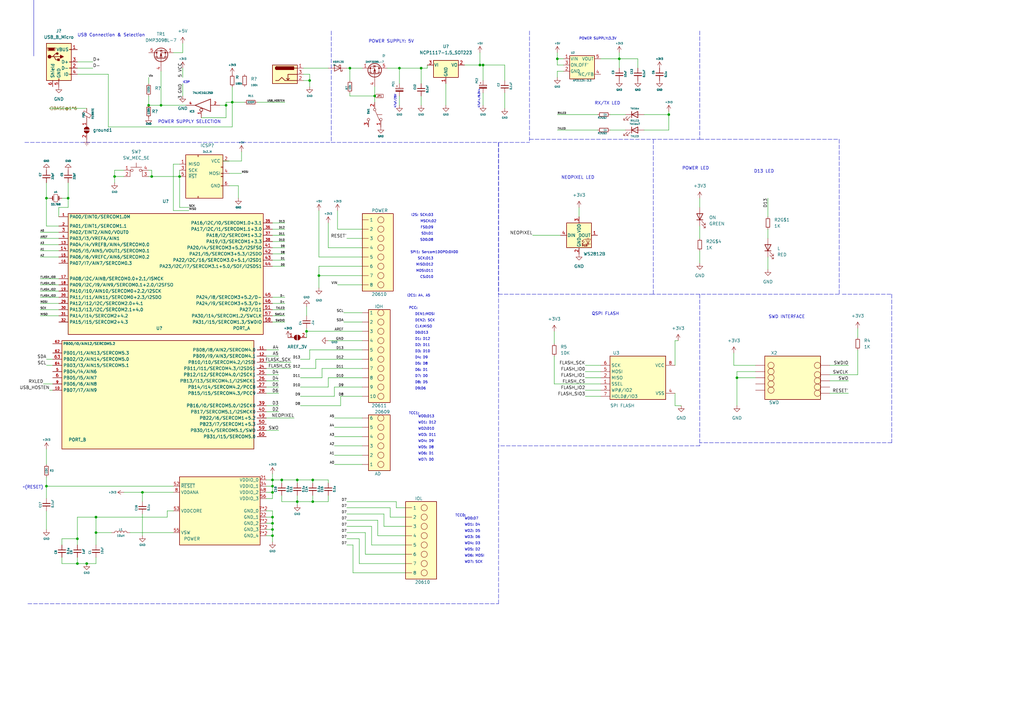
<source format=kicad_sch>
(kicad_sch (version 20211123) (generator eeschema)
  (paper "A3")
  (title_block (title "Metro M4 schematic") (date "2022-05-08"))
  (lib_symbols
    (symbol "74xGxx:74LVC1G125" (pin_names (offset 1.016))
      (property "Reference" "U" (at -2.54 3.81 0))
      (property "Value" "74LVC1G125" (at 0 -3.81 0))
      (symbol "74LVC1G125_1_1"
        (pin input inverted (at 0 5.08 270) (length 3.81) (name "~") (number "1"))
        (pin input line (at -7.62 0 0) (length 3.81) (name "~") (number "2"))
        (pin power_in line (at 1.27 -1.27 270) (length 0) hide (name "GND") (number "3"))
        (pin tri_state line (at 6.35 0 180) (length 3.81) (name "~") (number "4"))
        (pin power_in line (at 1.27 1.27 90) (length 0) hide (name "VCC") (number "5"))
      )
    )
    (symbol "Connector:Barrel_Jack_Switch" (pin_names hide)
      (property "Reference" "J" (at 0 5.334 0))
      (property "Value" "Barrel_Jack_Switch" (at 0 -5.08 0))
      (symbol "Barrel_Jack_Switch_1_1"
        (pin passive line (at 7.62 2.54 180) (length 2.54) (name "~") (number "1"))
        (pin passive line (at 7.62 -2.54 180) (length 2.54) (name "~") (number "2"))
        (pin passive line (at 7.62 0 180) (length 2.54) (name "~") (number "3"))
      )
    )
    (symbol "Connector:USB_B_Micro" (pin_names (offset 1.016))
      (property "Reference" "J" (at -5.08 11.43 0))
      (property "Value" "USB_B_Micro" (at -5.08 8.89 0))
      (symbol "USB_B_Micro_1_1"
        (pin power_out line (at 7.62 5.08 180) (length 2.54) (name "VBUS") (number "1"))
        (pin bidirectional line (at 7.62 -2.54 180) (length 2.54) (name "D-") (number "2"))
        (pin bidirectional line (at 7.62 0 180) (length 2.54) (name "D+") (number "3"))
        (pin passive line (at 7.62 -5.08 180) (length 2.54) (name "ID") (number "4"))
        (pin power_out line (at 0 -10.16 90) (length 2.54) (name "GND") (number "5"))
        (pin passive line (at -2.54 -10.16 90) (length 2.54) (name "Shield") (number "6"))
      )
    )
    (symbol "Device:C_Polarized_Small" (pin_numbers hide) (pin_names (offset 0.254) hide)
      (property "Reference" "C" (at 0.254 1.778 0))
      (property "Value" "C_Polarized_Small" (at 0.254 -2.032 0))
      (symbol "C_Polarized_Small_1_1"
        (pin passive line (at 0 2.54 270) (length 1.8542) (name "~") (number "1"))
        (pin passive line (at 0 -2.54 90) (length 1.8542) (name "~") (number "2"))
      )
    )
    (symbol "Device:C_Small" (pin_numbers hide) (pin_names (offset 0.254) hide)
      (property "Reference" "C" (at 0.254 1.778 0))
      (property "Value" "C_Small" (at 0.254 -2.032 0))
      (symbol "C_Small_1_1"
        (pin passive line (at 0 2.54 270) (length 2.032) (name "~") (number "1"))
        (pin passive line (at 0 -2.54 90) (length 2.032) (name "~") (number "2"))
      )
    )
    (symbol "Device:Crystal_Small" (pin_numbers hide) (pin_names (offset 1.016) hide)
      (property "Reference" "Y" (at 0 2.54 0))
      (property "Value" "Crystal_Small" (at 0 -2.54 0))
      (symbol "Crystal_Small_1_1"
        (pin passive line (at -2.54 0 0) (length 1.27) (name "1") (number "1"))
        (pin passive line (at 2.54 0 180) (length 1.27) (name "2") (number "2"))
      )
    )
    (symbol "Device:FerriteBead_Small" (pin_numbers hide) (pin_names (offset 0))
      (property "Reference" "FB" (at 1.905 1.27 0))
      (property "Value" "FerriteBead_Small" (at 1.905 -1.27 0))
      (symbol "FerriteBead_Small_1_1"
        (pin passive line (at 0 2.54 270) (length 1.27) (name "~") (number "1"))
        (pin passive line (at 0 -2.54 90) (length 1.27) (name "~") (number "2"))
      )
    )
    (symbol "Device:L" (pin_numbers hide) (pin_names (offset 1.016) hide)
      (property "Reference" "L" (at -1.27 0 90))
      (property "Value" "L" (at 1.905 0 90))
      (symbol "L_1_1"
        (pin passive line (at 0 3.81 270) (length 1.27) (name "1") (number "1"))
        (pin passive line (at 0 -3.81 90) (length 1.27) (name "2") (number "2"))
      )
    )
    (symbol "Device:LED" (pin_numbers hide) (pin_names (offset 1.016) hide)
      (property "Reference" "D" (at 0 2.54 0))
      (property "Value" "LED" (at 0 -2.54 0))
      (symbol "LED_1_1"
        (pin passive line (at -3.81 0 0) (length 2.54) (name "K") (number "1"))
        (pin passive line (at 3.81 0 180) (length 2.54) (name "A") (number "2"))
      )
    )
    (symbol "Device:R_Small" (pin_numbers hide) (pin_names (offset 0.254) hide)
      (property "Reference" "R" (at 0.762 0.508 0))
      (property "Value" "R_Small" (at 0.762 -1.016 0))
      (symbol "R_Small_1_1"
        (pin passive line (at 0 2.54 270) (length 0.762) (name "~") (number "1"))
        (pin passive line (at 0 -2.54 90) (length 0.762) (name "~") (number "2"))
      )
    )
    (symbol "Diode:MBR1020VL" (pin_numbers hide) (pin_names hide)
      (property "Reference" "D" (at 0 2.54 0))
      (property "Value" "MBR1020VL" (at 0 -2.54 0))
      (symbol "MBR1020VL_1_1"
        (pin passive line (at -3.81 0 0) (length 2.54) (name "K") (number "1"))
        (pin passive line (at 3.81 0 180) (length 2.54) (name "A") (number "2"))
      )
    )
    (symbol "Jumper:SolderJumper_2_Open" (pin_names (offset 0) hide)
      (property "Reference" "JP" (at 0 2.032 0))
      (property "Value" "SolderJumper_2_Open" (at 0 -2.54 0))
      (symbol "SolderJumper_2_Open_1_1"
        (pin passive line (at -3.81 0 0) (length 2.54) (name "A") (number "1"))
        (pin passive line (at 3.81 0 180) (length 2.54) (name "B") (number "2"))
      )
    )
    (symbol "LED:NeoPixel_THT" (pin_names (offset 0.254))
      (property "Reference" "D" (at 5.08 5.715 0))
      (property "Value" "NeoPixel_THT" (at 1.27 -5.715 0))
      (symbol "NeoPixel_THT_0_0"
        (text "RGB" (at 2.286 -4.191 0) (effects (font (size 0.762 0.762))))
      )
      (symbol "NeoPixel_THT_1_1"
        (pin output line (at 7.62 0 180) (length 2.54) (name "DOUT") (number "1"))
        (pin power_in line (at 0 -7.62 90) (length 2.54) (name "GND") (number "2"))
        (pin power_in line (at 0 7.62 270) (length 2.54) (name "VDD") (number "3"))
        (pin input line (at -7.62 0 0) (length 2.54) (name "DIN") (number "4"))
      )
    )
    (symbol "Regulator_Linear:NCP1117-1.5_SOT223" (pin_names (offset 0.254))
      (property "Reference" "U" (at -3.81 3.175 0))
      (property "Value" "NCP1117-1.5_SOT223" (at 0 3.175 0))
      (symbol "NCP1117-1.5_SOT223_1_1"
        (pin power_in line (at 0 -7.62 90) (length 2.54) (name "GND") (number "1"))
        (pin power_out line (at 7.62 0 180) (length 2.54) (name "VO") (number "2"))
        (pin power_in line (at -7.62 0 0) (length 2.54) (name "VI") (number "3"))
      )
    )
    (symbol "Switch:SW_MEC_5E" (pin_names (offset 1.016) hide)
      (property "Reference" "SW" (at 0.635 5.715 0))
      (property "Value" "SW_MEC_5E" (at 0 -3.175 0))
      (symbol "SW_MEC_5E_0_1"
        (pin passive line (at -5.08 2.54 0) (length 2.54) (name "1") (number "1"))
        (pin passive line (at -5.08 0 0) (length 2.54) (name "2") (number "2"))
        (pin passive line (at 5.08 0 180) (length 2.54) (name "K") (number "3"))
        (pin passive line (at 5.08 2.54 180) (length 2.54) (name "A") (number "4"))
      )
    )
    (symbol "Switch:SW_Push_SPDT" (pin_names (offset 0) hide)
      (property "Reference" "SW" (at 0 4.318 0))
      (property "Value" "SW_Push_SPDT" (at 0 -5.08 0))
      (symbol "SW_Push_SPDT_1_1"
        (pin passive line (at 5.08 2.54 180) (length 2.54) (name "A") (number "1"))
        (pin passive line (at -5.08 0 0) (length 2.54) (name "B") (number "2"))
        (pin passive line (at 5.08 -2.54 180) (length 2.54) (name "C") (number "3"))
      )
    )
    (symbol "Transistor_FET:DMP3013SFV" (pin_names hide)
      (property "Reference" "Q" (at 5.08 1.905 0))
      (property "Value" "DMP3013SFV" (at 5.08 0 0))
      (symbol "DMP3013SFV_1_1"
        (pin passive line (at 2.54 -5.08 90) (length 2.54) (name "S") (number "1"))
        (pin passive line (at 2.54 -5.08 90) (length 2.54) hide (name "S") (number "2"))
        (pin passive line (at 2.54 -5.08 90) (length 2.54) hide (name "S") (number "3"))
        (pin passive line (at -5.08 0 0) (length 2.54) (name "G") (number "4"))
        (pin passive line (at 2.54 5.08 270) (length 2.54) (name "D") (number "5"))
      )
    )
    (symbol "global_library_KiCad:20609"
      (property "Reference" "AD" (at -5.08 20.32 0))
      (property "Value" "20609" (at -3.81 -6.35 0))
      (symbol "20609_1_1"
        (pin input line (at -11.43 -1.27 0) (length 2.54) (name "1") (number ""))
        (pin input line (at -11.43 2.54 0) (length 2.54) (name "2") (number ""))
        (pin input line (at -11.43 6.35 0) (length 2.54) (name "3") (number ""))
        (pin input line (at -11.43 10.16 0) (length 2.54) (name "4") (number ""))
        (pin input line (at -11.43 13.97 0) (length 2.54) (name "5") (number ""))
        (pin input line (at -11.43 17.78 0) (length 2.54) (name "6") (number ""))
      )
    )
    (symbol "global_library_KiCad:20610"
      (property "Reference" "POWER" (at -5.08 21.59 0))
      (property "Value" "20610" (at -3.81 -12.7 0))
      (symbol "20610_1_1"
        (pin input line (at -11.43 17.78 0) (length 2.54) (name "1") (number ""))
        (pin input line (at -11.43 13.97 0) (length 2.54) (name "2") (number ""))
        (pin input line (at -11.43 10.16 0) (length 2.54) (name "3") (number ""))
        (pin input line (at -11.43 6.35 0) (length 2.54) (name "4") (number ""))
        (pin input line (at -11.43 2.54 0) (length 2.54) (name "5") (number ""))
        (pin input line (at -11.43 -1.27 0) (length 2.54) (name "6") (number ""))
        (pin input line (at -11.43 -5.08 0) (length 2.54) (name "7") (number ""))
        (pin input line (at -11.43 -8.89 0) (length 2.54) (name "8") (number ""))
      )
    )
    (symbol "global_library_KiCad:20611"
      (property "Reference" "IOH" (at -5.08 20.32 0))
      (property "Value" "20611" (at -3.81 -21.59 0))
      (symbol "20611_1_1"
        (pin input line (at -11.43 17.78 0) (length 2.54) (name "1") (number ""))
        (pin input line (at -11.43 -16.51 0) (length 2.54) (name "10") (number ""))
        (pin input line (at -11.43 13.97 0) (length 2.54) (name "2") (number ""))
        (pin input line (at -11.43 10.16 0) (length 2.54) (name "3") (number ""))
        (pin input line (at -11.43 6.35 0) (length 2.54) (name "4") (number ""))
        (pin input line (at -11.43 2.54 0) (length 2.54) (name "5") (number ""))
        (pin input line (at -11.43 -1.27 0) (length 2.54) (name "6") (number ""))
        (pin input line (at -11.43 -5.08 0) (length 2.54) (name "7") (number ""))
        (pin input line (at -11.43 -8.89 0) (length 2.54) (name "8") (number ""))
        (pin input line (at -11.43 -12.7 0) (length 2.54) (name "9") (number ""))
      )
    )
    (symbol "global_library_KiCad:3x2_M" (pin_names (offset 1.016))
      (property "Reference" "ICSP?" (at 1.2065 13.97 0))
      (property "Value" "3x2_M" (at 1.2065 11.43 0))
      (symbol "3x2_M_1_1"
        (pin passive line (at -10.16 6.35 0) (length 2.54) (name "MISO") (number "1"))
        (pin passive line (at 10.16 7.62 180) (length 2.54) (name "VCC") (number "2"))
        (pin passive line (at -10.16 3.81 0) (length 2.54) (name "SCK") (number "3"))
        (pin passive line (at 10.16 2.54 180) (length 2.54) (name "MOSI") (number "4"))
        (pin passive line (at -10.16 1.27 0) (length 2.54) (name "~{RST}") (number "5"))
        (pin passive line (at 10.16 -2.54 180) (length 2.54) (name "GND") (number "6"))
      )
    )
    (symbol "global_library_KiCad:AP2112k-3.3" (pin_names (offset 0.254))
      (property "Reference" "U" (at -5.08 5.715 0))
      (property "Value" "AP2112k-3.3" (at 0 5.715 0))
      (symbol "AP2112k-3.3_1_1"
        (pin power_in line (at -7.62 2.54 0) (length 2.54) (name "VIN") (number "1"))
        (pin power_in line (at -7.62 -2.54 0) (length 2.54) (name "GND") (number "2"))
        (pin input line (at -7.62 0 0) (length 2.54) (name "ON,OFF'") (number "3"))
        (pin output line (at 7.62 -3.81 180) (length 2.54) (name "NC/FB") (number "4"))
        (pin power_out line (at 7.62 2.54 180) (length 2.54) (name "VOUT") (number "5"))
      )
    )
    (symbol "global_library_KiCad:AT25DF041x-UxN-x"
      (property "Reference" "U" (at 2.54 12.7 0))
      (property "Value" "AT25DF041x-UxN-x" (at 10.16 10.16 0))
      (symbol "AT25DF041x-UxN-x_1_1"
        (pin bidirectional line (at -15.24 -2.54 0) (length 3.81) (name "SSEL") (number "1"))
        (pin bidirectional line (at -15.24 0 0) (length 3.81) (name "MISO") (number "2"))
        (pin bidirectional line (at -15.24 -5.08 0) (length 3.81) (name "WP#/IO2") (number "3"))
        (pin bidirectional line (at 15.24 -6.35 180) (length 3.81) (name "VSS") (number "4"))
        (pin bidirectional line (at -15.24 2.54 0) (length 3.81) (name "MOSI") (number "5"))
        (pin bidirectional line (at -15.24 5.08 0) (length 3.81) (name "SCK") (number "6"))
        (pin bidirectional line (at -15.24 -7.62 0) (length 3.81) (name "HOLD#/IO3") (number "7"))
        (pin bidirectional line (at 15.24 5.08 180) (length 3.81) (name "VCC") (number "8"))
      )
    )
    (symbol "global_library_KiCad:PORT_A"
      (property "Reference" "U" (at -24.13 25.4 0))
      (property "Value" "PORT_A" (at 45.72 -25.4 0))
      (symbol "PORT_A_1_1"
        (pin input line (at -33.02 21.59 0) (length 3.81) (name "PA00/EINT0/SERCOM1.0M") (number "1"))
        (pin input line (at -33.02 10.16 0) (length 3.81) (name "PA04/I4/VREFB/AIN4/SERCOM0.0") (number "13"))
        (pin input line (at -33.02 7.62 0) (length 3.81) (name "PA05/I5/AIN5/VOUT1/SERCOM0.1") (number "14"))
        (pin input line (at -33.02 5.08 0) (length 3.81) (name "PA06/I6/VREFC/AIN6/SERCOM0.2") (number "15"))
        (pin input line (at -33.02 2.54 0) (length 3.81) (name "PA07/I7/AIN7/SERCOM0.3") (number "16"))
        (pin input line (at -33.02 -3.81 0) (length 3.81) (name "PA08/I2C/AIN8/SERCOM0.0+2.1/ISMCK") (number "17"))
        (pin input line (at -33.02 -6.35 0) (length 3.81) (name "PA09/I2C/I9/AIN9/SERCOM0.1+2.0/I2SFSO") (number "18"))
        (pin input line (at -33.02 -8.89 0) (length 3.81) (name "PA10/I10/AIN10/SERCOM0+2.2/I2SCK") (number "19"))
        (pin input line (at -33.02 17.78 0) (length 3.81) (name "PA01/EINT1/SERCOM1.1") (number "2"))
        (pin input line (at -33.02 -11.43 0) (length 3.81) (name "PA11/I11/AIN11/SERCOM0+2.3/I2SDO") (number "20"))
        (pin input line (at -33.02 -13.97 0) (length 3.81) (name "PA12/I12/I2C/SERCOM2.0+4.1") (number "29"))
        (pin input line (at -33.02 15.24 0) (length 3.81) (name "PA02/EINT2/AIN0/VOUT0") (number "3"))
        (pin input line (at -33.02 -16.51 0) (length 3.81) (name "PA13/I13/I2C/SERCOM2.1+4.0") (number "30"))
        (pin input line (at -33.02 -19.05 0) (length 3.81) (name "PA14/I14/SERCOM2+4.2") (number "31"))
        (pin input line (at -33.02 -21.59 0) (length 3.81) (name "PA15/I15/SERCOM2+4.3") (number "32"))
        (pin input line (at 54.61 19.05 180) (length 3.81) (name "PA16/I2C/I0/SERCOM1.0+3.1") (number "35"))
        (pin bidirectional line (at 54.61 16.51 180) (length 3.81) (name "PA17/I2C/I1/SERCOM1.1+3.0") (number "36"))
        (pin bidirectional line (at 54.61 13.97 180) (length 3.81) (name "PA18/I2/SERCOM1+3.2") (number "37"))
        (pin bidirectional line (at 54.61 11.43 180) (length 3.81) (name "PA19/I3/SERCOM1+3.3") (number "38"))
        (pin input line (at -33.02 12.7 0) (length 3.81) (name "PA03/I3/VREFA/AIN1") (number "4"))
        (pin bidirectional line (at 54.61 8.89 180) (length 3.81) (name "PA20/I4/SERCOM3+5.2/I2SFS0") (number "41"))
        (pin bidirectional line (at 54.61 6.35 180) (length 3.81) (name "PA21/I5/SERCOM3+5.3/I2SDO") (number "42"))
        (pin bidirectional line (at 54.61 3.81 180) (length 3.81) (name "PA22/I2C/16/SERCOM3.0+5.1/I2SD1") (number "43"))
        (pin bidirectional line (at 54.61 1.27 180) (length 3.81) (name "PA23/I2C/I7/SERCOM3.1+5.0/SOF/I2SDS1") (number "44"))
        (pin bidirectional line (at 54.61 -11.43 180) (length 3.81) (name "PA24/I8/SERCOM3+5.2/D-") (number "45"))
        (pin bidirectional line (at 54.61 -13.97 180) (length 3.81) (name "PA24/I9/SERCOM3+5.3/D+") (number "46"))
        (pin bidirectional line (at 54.61 -16.51 180) (length 3.81) (name "PA27/I11") (number "51"))
        (pin bidirectional line (at 54.61 -19.05 180) (length 3.81) (name "PA30/I14/SERCOM1.2/SWCLK") (number "57"))
        (pin bidirectional line (at 54.61 -21.59 180) (length 3.81) (name "PA31/I15/SERCOM1.3/SWDIO") (number "58"))
      )
    )
    (symbol "global_library_KiCad:PORT_B"
      (property "Reference" "U" (at -24.13 25.4 0))
      (property "Value" "PORT_B" (at 43.18 -19.05 0))
      (symbol "PORT_B_1_1"
        (pin input line (at -33.02 2.54 0) (length 3.81) (name "PB07/I7/AIN9") (number "10"))
        (pin input line (at 54.61 19.05 180) (length 3.81) (name "PB08/I8/AIN2/SERCOM4.0") (number "11"))
        (pin bidirectional line (at 54.61 16.51 180) (length 3.81) (name "PB09/I9/AIN3/SERCOM4.1") (number "12"))
        (pin bidirectional line (at 54.61 13.97 180) (length 3.81) (name "PB10/I10/SERCOM4.2/I2SDI") (number "23"))
        (pin bidirectional line (at 54.61 11.43 180) (length 3.81) (name "PB11/I11/SERCOM4.3/I2SDS1") (number "24"))
        (pin bidirectional line (at 54.61 8.89 180) (length 3.81) (name "PB12/I12/SERCOM4.0/I2SCK1") (number "25"))
        (pin bidirectional line (at 54.61 6.35 180) (length 3.81) (name "PB13/I13/SERCOM4.1/I2SMCK1") (number "26"))
        (pin bidirectional line (at 54.61 3.81 180) (length 3.81) (name "PB14/I14/SERCOM4.2/PCC8") (number "27"))
        (pin bidirectional line (at 54.61 1.27 180) (length 3.81) (name "PB15/I15/SERCOM4.3/PCC9") (number "28"))
        (pin bidirectional line (at 54.61 -3.81 180) (length 3.81) (name "PB16/I0/SERCOM5.0/I2SCK0") (number "39"))
        (pin bidirectional line (at 54.61 -6.35 180) (length 3.81) (name "PB17/SERCOM5.1/I2SMCK0") (number "40"))
        (pin bidirectional line (at 54.61 -8.89 180) (length 3.81) (name "PB22/I6/SERCOM1+5.2") (number "49"))
        (pin input line (at -33.02 10.16 0) (length 3.81) (name "PB04/I4/AIN6") (number "5"))
        (pin bidirectional line (at 54.61 -11.43 180) (length 3.81) (name "PB23/I7/SERCOM1+5.3") (number "50"))
        (pin bidirectional line (at 54.61 -13.97 180) (length 3.81) (name "PB30/I14/SERCOM5.1/SWO") (number "59"))
        (pin input line (at -33.02 7.62 0) (length 3.81) (name "PB05/I5/AIN7") (number "6"))
        (pin bidirectional line (at 54.61 -16.51 180) (length 3.81) (name "PB31/I15/SERCOM5.0") (number "60"))
        (pin input line (at -33.02 21.59 0) (length 3.81) (name "PB00/I0/AIN12/SERCOM5.2") (number "62"))
        (pin input line (at -33.02 17.78 0) (length 3.81) (name "PB01/I1/AIN13/SERCOM5.3") (number "62"))
        (pin input line (at -33.02 15.24 0) (length 3.81) (name "PB02/I2/AIN14/SERCOM5.0") (number "63"))
        (pin input line (at -33.02 12.7 0) (length 3.81) (name "PB03/I3/AIN15/SERCOM5.1") (number "64"))
        (pin input line (at -33.02 5.08 0) (length 3.81) (name "PB06/I6/AIN8") (number "9"))
      )
    )
    (symbol "global_library_KiCad:POWER"
      (property "Reference" "POWER" (at -12.7 -12.7 0))
      (symbol "POWER_1_1"
        (pin bidirectional line (at 19.05 11.43 180) (length 2.54) (name "VDDIO_0") (number "21"))
        (pin bidirectional line (at 19.05 -3.81 180) (length 2.54) (name "GND_1") (number "22"))
        (pin bidirectional line (at 19.05 8.89 180) (length 2.54) (name "VDDIO_1") (number "34"))
        (pin bidirectional line (at 19.05 6.35 180) (length 2.54) (name "VDDIO_2") (number "48"))
        (pin bidirectional line (at -19.05 8.89 0) (length 2.54) (name "~{RESET}") (number "52"))
        (pin input line (at -19.05 -1.27 0) (length 2.54) (name "VDDCORE") (number "53"))
        (pin input line (at -19.05 -10.16 0) (length 2.54) (name "VSW") (number "55"))
        (pin bidirectional line (at 19.05 3.81 180) (length 2.54) (name "VDDIO_3") (number "56"))
        (pin bidirectional line (at 19.05 -1.27 180) (length 2.54) (name "GND_0") (number "7*2"))
        (pin bidirectional line (at 19.05 -6.35 180) (length 2.54) (name "GND_2") (number "7*2"))
        (pin bidirectional line (at 19.05 -8.89 180) (length 2.54) (name "GND_3") (number "7*2"))
        (pin bidirectional line (at 19.05 -11.43 180) (length 2.54) (name "GND_4") (number "7*2"))
        (pin bidirectional line (at -19.05 6.35 0) (length 2.54) (name "VDDANA") (number "8"))
      )
    )
    (symbol "global_library_KiCad:SWD"
      (property "Reference" "X2" (at 2.54 12.7 0))
      (property "Value" "SWD" (at 10.16 10.16 0))
      (symbol "SWD_1_1"
        (pin bidirectional line (at -15.24 -5.08 0) (length 3.81) (name "") (number ""))
        (pin bidirectional line (at -15.24 -2.54 0) (length 3.81) (name "") (number ""))
        (pin bidirectional line (at -15.24 0 0) (length 3.81) (name "") (number ""))
        (pin bidirectional line (at -15.24 2.54 0) (length 3.81) (name "") (number ""))
        (pin bidirectional line (at -15.24 5.08 0) (length 3.81) (name "") (number ""))
        (pin bidirectional line (at 15.24 -6.35 180) (length 3.81) (name "") (number ""))
        (pin bidirectional line (at 15.24 -3.81 180) (length 3.81) (name "") (number ""))
        (pin bidirectional line (at 15.24 -1.27 180) (length 3.81) (name "") (number ""))
        (pin bidirectional line (at 15.24 1.27 180) (length 3.81) (name "") (number ""))
        (pin bidirectional line (at 15.24 5.08 180) (length 3.81) (name "") (number ""))
      )
    )
    (symbol "power:+3.3V" (power) (pin_names (offset 0))
      (property "Value" "+3.3V" (at 0 3.556 0))
      (symbol "+3.3V_1_1"
        (pin power_in line (at 0 0 90) (length 0) hide (name "+3V3") (number "1"))
      )
    )
    (symbol "power:+5V" (power) (pin_names (offset 0))
      (property "Value" "+5V" (at 0 3.556 0))
      (symbol "+5V_1_1"
        (pin power_in line (at 0 0 90) (length 0) hide (name "+5V") (number "1"))
      )
    )
    (symbol "power:Earth" (power) (pin_names (offset 0))
      (symbol "Earth_1_1"
        (pin power_in line (at 0 0 270) (length 0) hide (name "Earth") (number "1"))
      )
    )
    (symbol "power:GND" (power) (pin_names (offset 0))
      (property "Value" "GND" (at 0 -3.81 0))
      (symbol "GND_1_1"
        (pin power_in line (at 0 0 270) (length 0) hide (name "GND") (number "1"))
      )
    )
  )
  (junction (at 66.04 43.18))
  (junction (at 73.66 72.39))
  (junction (at 198.12 26.67))
  (junction (at 125.73 135.89))
  (junction (at 128.27 196.85))
  (junction (at 302.26 154.94))
  (junction (at 163.83 27.94))
  (junction (at 92.71 43.18))
  (junction (at 128.27 205.74))
  (junction (at 121.92 205.74))
  (junction (at 196.85 26.67))
  (junction (at 58.42 201.93))
  (junction (at 115.57 196.85))
  (junction (at 60.96 43.18))
  (junction (at 130.81 113.03))
  (junction (at 172.72 27.94))
  (junction (at 111.76 212.09))
  (junction (at 143.51 27.94))
  (junction (at 111.76 201.93))
  (junction (at 111.76 199.39))
  (junction (at 228.6 24.13))
  (junction (at 111.76 217.17))
  (junction (at 19.05 199.39))
  (junction (at 111.76 196.85))
  (junction (at 127 33.02))
  (junction (at 39.37 212.09))
  (junction (at 19.05 81.28))
  (junction (at 95.25 41.91))
  (junction (at 35.56 231.14))
  (junction (at 254 24.13))
  (junction (at 111.76 214.63))
  (junction (at 46.99 72.39))
  (junction (at 153.67 39.37))
  (junction (at 27.94 81.28))
  (junction (at 31.75 220.98))
  (junction (at 39.37 218.44))
  (junction (at 62.23 72.39))
  (junction (at 111.76 219.71))
  (junction (at 274.32 46.99))
  (junction (at 121.92 196.85))
  (junction (at 31.75 231.14))
  (wire (pts (xy 287.02 92.71) (xy 287.02 97.79)))
  (wire (pts (xy 340.36 156.21) (xy 347.98 156.21)))
  (wire (pts (xy 111.76 201.93) (xy 111.76 204.47)))
  (wire (pts (xy 276.86 161.29) (xy 276.86 166.37)))
  (wire (pts (xy 152.4 215.9) (xy 152.4 223.52)))
  (polyline (pts (xy 135.89 58.42) (xy 217.17 58.42)))
  (wire (pts (xy 68.58 209.55) (xy 68.58 212.09)))
  (wire (pts (xy 62.23 72.39) (xy 73.66 72.39)))
  (wire (pts (xy 111.76 91.44) (xy 116.84 91.44)))
  (wire (pts (xy 16.51 116.84) (xy 24.13 116.84)))
  (wire (pts (xy 111.76 104.14) (xy 116.84 104.14)))
  (wire (pts (xy 309.88 152.4) (xy 302.26 152.4)))
  (wire (pts (xy 143.51 38.1) (xy 143.51 39.37)))
  (wire (pts (xy 143.51 39.37) (xy 153.67 39.37)))
  (wire (pts (xy 92.71 41.91) (xy 95.25 41.91)))
  (wire (pts (xy 240.03 162.56) (xy 246.38 162.56)))
  (wire (pts (xy 228.6 24.13) (xy 228.6 21.59)))
  (wire (pts (xy 124.46 33.02) (xy 127 33.02)))
  (wire (pts (xy 20.32 160.02) (xy 21.59 160.02)))
  (wire (pts (xy 134.62 139.7) (xy 148.59 139.7)))
  (wire (pts (xy 19.05 81.28) (xy 20.32 81.28)))
  (wire (pts (xy 227.33 157.48) (xy 246.38 157.48)))
  (wire (pts (xy 111.76 132.08) (xy 116.84 132.08)))
  (wire (pts (xy 121.92 196.85) (xy 115.57 196.85)))
  (wire (pts (xy 109.22 219.71) (xy 111.76 219.71)))
  (wire (pts (xy 153.67 35.56) (xy 153.67 39.37)))
  (wire (pts (xy 31.75 223.52) (xy 31.75 220.98)))
  (wire (pts (xy 125.73 134.62) (xy 125.73 135.89)))
  (wire (pts (xy 148.59 109.22) (xy 130.81 109.22)))
  (wire (pts (xy 152.4 223.52) (xy 166.37 223.52)))
  (wire (pts (xy 109.22 171.45) (xy 120.65 171.45)))
  (wire (pts (xy 228.6 26.67) (xy 228.6 24.13)))
  (wire (pts (xy 142.24 213.36) (xy 154.94 213.36)))
  (wire (pts (xy 142.24 27.94) (xy 143.51 27.94)))
  (wire (pts (xy 71.12 86.36) (xy 77.47 86.36)))
  (polyline (pts (xy 287.02 12.7) (xy 287.02 57.15)))
  (wire (pts (xy 137.16 175.26) (xy 148.59 175.26)))
  (wire (pts (xy 109.22 199.39) (xy 111.76 199.39)))
  (wire (pts (xy 127 30.48) (xy 124.46 30.48)))
  (wire (pts (xy 111.76 219.71) (xy 111.76 217.17)))
  (wire (pts (xy 111.76 217.17) (xy 111.76 214.63)))
  (wire (pts (xy 50.8 69.85) (xy 46.99 69.85)))
  (wire (pts (xy 132.08 151.13) (xy 148.59 151.13)))
  (wire (pts (xy 140.97 132.08) (xy 148.59 132.08)))
  (wire (pts (xy 25.4 231.14) (xy 31.75 231.14)))
  (wire (pts (xy 115.57 205.74) (xy 121.92 205.74)))
  (wire (pts (xy 53.34 218.44) (xy 71.12 218.44)))
  (wire (pts (xy 163.83 27.94) (xy 172.72 27.94)))
  (wire (pts (xy 111.76 196.85) (xy 111.76 199.39)))
  (wire (pts (xy 109.22 161.29) (xy 114.3 161.29)))
  (wire (pts (xy 60.96 72.39) (xy 62.23 72.39)))
  (wire (pts (xy 19.05 184.15) (xy 19.05 190.5)))
  (wire (pts (xy 111.76 212.09) (xy 111.76 209.55)))
  (wire (pts (xy 19.05 74.93) (xy 19.05 81.28)))
  (wire (pts (xy 207.01 38.1) (xy 207.01 44.45)))
  (wire (pts (xy 121.92 205.74) (xy 121.92 203.2)))
  (wire (pts (xy 128.27 196.85) (xy 121.92 196.85)))
  (wire (pts (xy 140.97 128.27) (xy 148.59 128.27)))
  (wire (pts (xy 111.76 194.31) (xy 111.76 196.85)))
  (wire (pts (xy 139.7 162.56) (xy 148.59 162.56)))
  (wire (pts (xy 19.05 199.39) (xy 71.12 199.39)))
  (wire (pts (xy 19.05 199.39) (xy 19.05 204.47)))
  (wire (pts (xy 137.16 162.56) (xy 137.16 158.75)))
  (wire (pts (xy 175.26 27.94) (xy 175.26 26.67)))
  (wire (pts (xy 99.06 66.04) (xy 99.06 62.23)))
  (wire (pts (xy 198.12 26.67) (xy 196.85 26.67)))
  (wire (pts (xy 16.51 100.33) (xy 24.13 100.33)))
  (wire (pts (xy 154.94 219.71) (xy 166.37 219.71)))
  (wire (pts (xy 109.22 146.05) (xy 114.3 146.05)))
  (wire (pts (xy 16.51 127) (xy 24.13 127)))
  (wire (pts (xy 254 24.13) (xy 254 21.59)))
  (wire (pts (xy 261.62 27.94) (xy 261.62 24.13)))
  (wire (pts (xy 50.8 201.93) (xy 58.42 201.93)))
  (wire (pts (xy 111.76 106.68) (xy 116.84 106.68)))
  (wire (pts (xy 109.22 153.67) (xy 114.3 153.67)))
  (wire (pts (xy 125.73 125.73) (xy 125.73 129.54)))
  (wire (pts (xy 137.16 182.88) (xy 148.59 182.88)))
  (wire (pts (xy 90.17 43.18) (xy 92.71 43.18)))
  (wire (pts (xy 73.66 69.85) (xy 73.66 72.39)))
  (wire (pts (xy 134.62 154.94) (xy 148.59 154.94)))
  (wire (pts (xy 130.81 105.41) (xy 148.59 105.41)))
  (wire (pts (xy 142.24 223.52) (xy 144.78 223.52)))
  (wire (pts (xy 340.36 149.86) (xy 347.98 149.86)))
  (wire (pts (xy 111.76 99.06) (xy 116.84 99.06)))
  (wire (pts (xy 228.6 29.21) (xy 231.14 29.21)))
  (wire (pts (xy 147.32 231.14) (xy 166.37 231.14)))
  (wire (pts (xy 25.4 220.98) (xy 31.75 220.98)))
  (wire (pts (xy 109.22 168.91) (xy 114.3 168.91)))
  (wire (pts (xy 228.6 31.75) (xy 228.6 29.21)))
  (wire (pts (xy 19.05 149.86) (xy 21.59 149.86)))
  (wire (pts (xy 27.94 85.09) (xy 27.94 81.28)))
  (wire (pts (xy 123.19 154.94) (xy 132.08 154.94)))
  (wire (pts (xy 127 143.51) (xy 148.59 143.51)))
  (wire (pts (xy 254 24.13) (xy 261.62 24.13)))
  (wire (pts (xy 130.81 113.03) (xy 148.59 113.03)))
  (wire (pts (xy 31.75 220.98) (xy 31.75 212.09)))
  (wire (pts (xy 240.03 149.86) (xy 246.38 149.86)))
  (wire (pts (xy 160.02 208.28) (xy 160.02 212.09)))
  (wire (pts (xy 240.03 152.4) (xy 246.38 152.4)))
  (wire (pts (xy 109.22 148.59) (xy 119.38 148.59)))
  (wire (pts (xy 207.01 26.67) (xy 198.12 26.67)))
  (wire (pts (xy 109.22 196.85) (xy 111.76 196.85)))
  (wire (pts (xy 125.73 135.89) (xy 125.73 138.43)))
  (wire (pts (xy 111.76 199.39) (xy 111.76 201.93)))
  (wire (pts (xy 35.56 231.14) (xy 39.37 231.14)))
  (wire (pts (xy 71.12 67.31) (xy 71.12 86.36)))
  (wire (pts (xy 157.48 210.82) (xy 157.48 215.9)))
  (wire (pts (xy 134.62 198.12) (xy 134.62 196.85)))
  (wire (pts (xy 111.76 96.52) (xy 116.84 96.52)))
  (wire (pts (xy 302.26 154.94) (xy 302.26 166.37)))
  (wire (pts (xy 143.51 27.94) (xy 148.59 27.94)))
  (polyline (pts (xy 217.17 57.15) (xy 287.02 57.15)))
  (wire (pts (xy 227.33 135.89) (xy 227.33 140.97)))
  (wire (pts (xy 71.12 209.55) (xy 68.58 209.55)))
  (wire (pts (xy 16.51 129.54) (xy 24.13 129.54)))
  (polyline (pts (xy 287.02 120.65) (xy 287.02 182.88)))
  (wire (pts (xy 44.45 30.48) (xy 44.45 52.07)))
  (wire (pts (xy 31.75 228.6) (xy 31.75 231.14)))
  (wire (pts (xy 20.32 44.45) (xy 35.56 44.45)))
  (wire (pts (xy 153.67 39.37) (xy 153.67 41.91)))
  (wire (pts (xy 31.75 212.09) (xy 39.37 212.09)))
  (wire (pts (xy 111.76 214.63) (xy 111.76 212.09)))
  (wire (pts (xy 157.48 215.9) (xy 166.37 215.9)))
  (wire (pts (xy 82.55 48.26) (xy 92.71 48.26)))
  (wire (pts (xy 73.66 72.39) (xy 73.66 85.09)))
  (wire (pts (xy 137.16 171.45) (xy 148.59 171.45)))
  (wire (pts (xy 125.73 135.89) (xy 148.59 135.89)))
  (wire (pts (xy 147.32 220.98) (xy 147.32 231.14)))
  (wire (pts (xy 58.42 210.82) (xy 58.42 219.71)))
  (wire (pts (xy 137.16 179.07) (xy 148.59 179.07)))
  (wire (pts (xy 109.22 156.21) (xy 114.3 156.21)))
  (wire (pts (xy 121.92 205.74) (xy 121.92 207.01)))
  (wire (pts (xy 60.96 69.85) (xy 62.23 69.85)))
  (wire (pts (xy 127 33.02) (xy 127 30.48)))
  (wire (pts (xy 276.86 166.37) (xy 279.4 166.37)))
  (wire (pts (xy 31.75 27.94) (xy 38.1 27.94)))
  (wire (pts (xy 130.81 109.22) (xy 130.81 113.03)))
  (wire (pts (xy 121.92 205.74) (xy 128.27 205.74)))
  (wire (pts (xy 31.75 30.48) (xy 44.45 30.48)))
  (polyline (pts (xy 287.02 57.15) (xy 344.17 57.15)))
  (wire (pts (xy 142.24 205.74) (xy 162.56 205.74)))
  (wire (pts (xy 105.41 41.91) (xy 116.84 41.91)))
  (wire (pts (xy 121.92 196.85) (xy 121.92 198.12)))
  (wire (pts (xy 109.22 201.93) (xy 111.76 201.93)))
  (wire (pts (xy 250.19 46.99) (xy 256.54 46.99)))
  (wire (pts (xy 73.66 67.31) (xy 71.12 67.31)))
  (wire (pts (xy 95.25 52.07) (xy 95.25 41.91)))
  (wire (pts (xy 163.83 27.94) (xy 163.83 34.29)))
  (wire (pts (xy 134.62 205.74) (xy 128.27 205.74)))
  (wire (pts (xy 309.88 154.94) (xy 302.26 154.94)))
  (polyline (pts (xy 344.17 120.65) (xy 267.97 120.65)))
  (wire (pts (xy 111.76 209.55) (xy 109.22 209.55)))
  (wire (pts (xy 142.24 208.28) (xy 160.02 208.28)))
  (wire (pts (xy 134.62 101.6) (xy 134.62 91.44)))
  (wire (pts (xy 138.43 86.36) (xy 138.43 93.98)))
  (wire (pts (xy 314.96 93.98) (xy 314.96 97.79)))
  (wire (pts (xy 39.37 212.09) (xy 39.37 218.44)))
  (wire (pts (xy 137.16 190.5) (xy 148.59 190.5)))
  (wire (pts (xy 97.79 76.2) (xy 97.79 81.28)))
  (wire (pts (xy 46.99 74.93) (xy 46.99 72.39)))
  (wire (pts (xy 74.93 21.59) (xy 74.93 17.78)))
  (wire (pts (xy 351.79 143.51) (xy 351.79 153.67)))
  (polyline (pts (xy 365.76 120.65) (xy 365.76 181.61)))
  (wire (pts (xy 109.22 217.17) (xy 111.76 217.17)))
  (wire (pts (xy 123.19 162.56) (xy 137.16 162.56)))
  (wire (pts (xy 109.22 151.13) (xy 119.38 151.13)))
  (polyline (pts (xy 204.47 120.65) (xy 267.97 120.65)))
  (wire (pts (xy 172.72 27.94) (xy 175.26 27.94)))
  (wire (pts (xy 158.75 27.94) (xy 163.83 27.94)))
  (wire (pts (xy 172.72 39.37) (xy 172.72 43.18)))
  (wire (pts (xy 111.76 129.54) (xy 116.84 129.54)))
  (wire (pts (xy 287.02 81.28) (xy 287.02 85.09)))
  (wire (pts (xy 130.81 113.03) (xy 130.81 118.11)))
  (wire (pts (xy 340.36 153.67) (xy 351.79 153.67)))
  (wire (pts (xy 92.71 43.18) (xy 92.71 41.91)))
  (wire (pts (xy 109.22 166.37) (xy 114.3 166.37)))
  (wire (pts (xy 246.38 24.13) (xy 254 24.13)))
  (wire (pts (xy 351.79 134.62) (xy 351.79 138.43)))
  (wire (pts (xy 144.78 223.52) (xy 144.78 234.95)))
  (wire (pts (xy 127 147.32) (xy 127 143.51)))
  (wire (pts (xy 228.6 53.34) (xy 245.11 53.34)))
  (wire (pts (xy 123.19 158.75) (xy 134.62 158.75)))
  (wire (pts (xy 207.01 33.02) (xy 207.01 26.67)))
  (wire (pts (xy 109.22 214.63) (xy 111.76 214.63)))
  (wire (pts (xy 93.98 71.12) (xy 99.06 71.12)))
  (wire (pts (xy 74.93 34.29) (xy 74.93 39.37)))
  (wire (pts (xy 111.76 204.47) (xy 109.22 204.47)))
  (wire (pts (xy 142.24 220.98) (xy 147.32 220.98)))
  (wire (pts (xy 68.58 212.09) (xy 39.37 212.09)))
  (wire (pts (xy 302.26 152.4) (xy 302.26 154.94)))
  (wire (pts (xy 309.88 149.86) (xy 300.99 149.86)))
  (wire (pts (xy 16.51 121.92) (xy 24.13 121.92)))
  (wire (pts (xy 314.96 105.41) (xy 314.96 110.49)))
  (wire (pts (xy 111.76 101.6) (xy 116.84 101.6)))
  (wire (pts (xy 31.75 25.4) (xy 38.1 25.4)))
  (wire (pts (xy 19.05 209.55) (xy 19.05 217.17)))
  (wire (pts (xy 149.86 227.33) (xy 166.37 227.33)))
  (wire (pts (xy 148.59 93.98) (xy 138.43 93.98)))
  (wire (pts (xy 137.16 186.69) (xy 148.59 186.69)))
  (wire (pts (xy 123.19 147.32) (xy 127 147.32)))
  (wire (pts (xy 58.42 201.93) (xy 71.12 201.93)))
  (wire (pts (xy 25.4 228.6) (xy 25.4 231.14)))
  (wire (pts (xy 25.4 223.52) (xy 25.4 220.98)))
  (wire (pts (xy 46.99 72.39) (xy 50.8 72.39)))
  (wire (pts (xy 95.25 41.91) (xy 100.33 41.91)))
  (wire (pts (xy 138.43 116.84) (xy 148.59 116.84)))
  (wire (pts (xy 123.19 151.13) (xy 129.54 151.13)))
  (wire (pts (xy 115.57 203.2) (xy 115.57 205.74)))
  (wire (pts (xy 142.24 210.82) (xy 157.48 210.82)))
  (wire (pts (xy 16.51 124.46) (xy 24.13 124.46)))
  (wire (pts (xy 134.62 203.2) (xy 134.62 205.74)))
  (wire (pts (xy 31.75 231.14) (xy 35.56 231.14)))
  (wire (pts (xy 274.32 53.34) (xy 274.32 46.99)))
  (wire (pts (xy 134.62 158.75) (xy 134.62 154.94)))
  (polyline (pts (xy 10.16 58.42) (xy 135.89 58.42)))
  (polyline (pts (xy 267.97 120.65) (xy 267.97 57.15)))
  (wire (pts (xy 264.16 46.99) (xy 274.32 46.99)))
  (wire (pts (xy 250.19 53.34) (xy 256.54 53.34)))
  (wire (pts (xy 143.51 27.94) (xy 143.51 33.02)))
  (wire (pts (xy 111.76 124.46) (xy 116.84 124.46)))
  (wire (pts (xy 24.13 88.9) (xy 24.13 85.09)))
  (wire (pts (xy 237.49 85.09) (xy 237.49 88.9)))
  (wire (pts (xy 92.71 48.26) (xy 92.71 43.18)))
  (polyline (pts (xy 11.43 247.65) (xy 204.47 247.65)))
  (wire (pts (xy 111.76 93.98) (xy 116.84 93.98)))
  (wire (pts (xy 39.37 218.44) (xy 39.37 223.52)))
  (wire (pts (xy 109.22 176.53) (xy 114.3 176.53)))
  (wire (pts (xy 162.56 208.28) (xy 166.37 208.28)))
  (wire (pts (xy 231.14 26.67) (xy 228.6 26.67)))
  (wire (pts (xy 163.83 43.18) (xy 163.83 39.37)))
  (wire (pts (xy 74.93 27.94) (xy 74.93 31.75)))
  (wire (pts (xy 142.24 218.44) (xy 149.86 218.44)))
  (wire (pts (xy 95.25 35.56) (xy 95.25 41.91)))
  (wire (pts (xy 16.51 95.25) (xy 24.13 95.25)))
  (polyline (pts (xy 287.02 182.88) (xy 204.47 182.88)))
  (wire (pts (xy 127 35.56) (xy 127 33.02)))
  (wire (pts (xy 111.76 222.25) (xy 111.76 219.71)))
  (wire (pts (xy 115.57 196.85) (xy 115.57 198.12)))
  (wire (pts (xy 111.76 127) (xy 116.84 127)))
  (wire (pts (xy 109.22 143.51) (xy 114.3 143.51)))
  (wire (pts (xy 73.66 85.09) (xy 77.47 85.09)))
  (wire (pts (xy 24.13 92.71) (xy 19.05 92.71)))
  (polyline (pts (xy 135.89 12.7) (xy 135.89 58.42)))
  (wire (pts (xy 172.72 27.94) (xy 172.72 34.29)))
  (wire (pts (xy 17.78 157.48) (xy 21.59 157.48)))
  (wire (pts (xy 240.03 154.94) (xy 246.38 154.94)))
  (wire (pts (xy 129.54 151.13) (xy 129.54 147.32)))
  (wire (pts (xy 218.44 96.52) (xy 229.87 96.52)))
  (wire (pts (xy 137.16 158.75) (xy 148.59 158.75)))
  (polyline (pts (xy 345.44 120.65) (xy 365.76 120.65)))
  (wire (pts (xy 148.59 101.6) (xy 134.62 101.6)))
  (wire (pts (xy 16.51 97.79) (xy 24.13 97.79)))
  (wire (pts (xy 60.96 31.75) (xy 60.96 34.29)))
  (wire (pts (xy 149.86 218.44) (xy 149.86 227.33)))
  (wire (pts (xy 27.94 74.93) (xy 27.94 81.28)))
  (wire (pts (xy 16.51 114.3) (xy 24.13 114.3)))
  (polyline (pts (xy 344.17 57.15) (xy 344.17 120.65)))
  (polyline (pts (xy 204.47 247.65) (xy 204.47 58.42)))
  (wire (pts (xy 276.86 139.7) (xy 278.13 139.7)))
  (wire (pts (xy 130.81 86.36) (xy 130.81 105.41)))
  (wire (pts (xy 254 24.13) (xy 254 27.94)))
  (wire (pts (xy 139.7 166.37) (xy 139.7 162.56)))
  (wire (pts (xy 60.96 43.18) (xy 66.04 43.18)))
  (wire (pts (xy 109.22 212.09) (xy 111.76 212.09)))
  (wire (pts (xy 58.42 205.74) (xy 58.42 201.93)))
  (wire (pts (xy 134.62 196.85) (xy 128.27 196.85)))
  (wire (pts (xy 132.08 154.94) (xy 132.08 151.13)))
  (wire (pts (xy 240.03 160.02) (xy 246.38 160.02)))
  (wire (pts (xy 182.88 34.29) (xy 182.88 43.18)))
  (wire (pts (xy 16.51 105.41) (xy 24.13 105.41)))
  (wire (pts (xy 154.94 213.36) (xy 154.94 219.71)))
  (wire (pts (xy 39.37 231.14) (xy 39.37 228.6)))
  (wire (pts (xy 19.05 92.71) (xy 19.05 81.28)))
  (wire (pts (xy 62.23 69.85) (xy 62.23 72.39)))
  (wire (pts (xy 142.24 215.9) (xy 152.4 215.9)))
  (wire (pts (xy 19.05 195.58) (xy 19.05 199.39)))
  (wire (pts (xy 190.5 26.67) (xy 196.85 26.67)))
  (wire (pts (xy 276.86 149.86) (xy 276.86 139.7)))
  (wire (pts (xy 228.6 46.99) (xy 245.11 46.99)))
  (wire (pts (xy 287.02 102.87) (xy 287.02 107.95)))
  (wire (pts (xy 39.37 218.44) (xy 45.72 218.44)))
  (wire (pts (xy 198.12 33.02) (xy 198.12 26.67)))
  (wire (pts (xy 264.16 53.34) (xy 274.32 53.34)))
  (wire (pts (xy 124.46 27.94) (xy 134.62 27.94)))
  (wire (pts (xy 111.76 121.92) (xy 116.84 121.92)))
  (wire (pts (xy 128.27 196.85) (xy 128.27 198.12)))
  (wire (pts (xy 144.78 234.95) (xy 166.37 234.95)))
  (wire (pts (xy 196.85 26.67) (xy 196.85 21.59)))
  (wire (pts (xy 129.54 147.32) (xy 148.59 147.32)))
  (wire (pts (xy 44.45 52.07) (xy 95.25 52.07)))
  (wire (pts (xy 27.94 81.28) (xy 25.4 81.28)))
  (wire (pts (xy 123.19 166.37) (xy 139.7 166.37)))
  (wire (pts (xy 16.51 102.87) (xy 24.13 102.87)))
  (wire (pts (xy 109.22 158.75) (xy 114.3 158.75)))
  (wire (pts (xy 19.05 147.32) (xy 21.59 147.32)))
  (wire (pts (xy 340.36 161.29) (xy 347.98 161.29)))
  (wire (pts (xy 128.27 203.2) (xy 128.27 205.74)))
  (wire (pts (xy 274.32 46.99) (xy 274.32 45.72)))
  (wire (pts (xy 71.12 21.59) (xy 74.93 21.59)))
  (wire (pts (xy 60.96 39.37) (xy 60.96 43.18)))
  (wire (pts (xy 111.76 109.22) (xy 116.84 109.22)))
  (wire (pts (xy 198.12 38.1) (xy 198.12 43.18)))
  (polyline (pts (xy 365.76 181.61) (xy 287.02 181.61)))
  (wire (pts (xy 16.51 119.38) (xy 24.13 119.38)))
  (wire (pts (xy 300.99 149.86) (xy 300.99 144.78)))
  (wire (pts (xy 66.04 29.21) (xy 66.04 43.18)))
  (wire (pts (xy 91.44 66.04) (xy 99.06 66.04)))
  (polyline (pts (xy 204.47 58.42) (xy 204.47 120.65)))
  (wire (pts (xy 142.24 97.79) (xy 148.59 97.79)))
  (wire (pts (xy 66.04 43.18) (xy 76.2 43.18)))
  (polyline (pts (xy 217.17 12.7) (xy 217.17 58.42)))
  (wire (pts (xy 93.98 76.2) (xy 97.79 76.2)))
  (wire (pts (xy 162.56 205.74) (xy 162.56 208.28)))
  (wire (pts (xy 115.57 196.85) (xy 111.76 196.85)))
  (wire (pts (xy 160.02 212.09) (xy 166.37 212.09)))
  (wire (pts (xy 231.14 24.13) (xy 228.6 24.13)))
  (wire (pts (xy 314.96 81.28) (xy 314.96 88.9)))
  (wire (pts (xy 227.33 146.05) (xy 227.33 157.48)))
  (wire (pts (xy 46.99 69.85) (xy 46.99 72.39)))
  (wire (pts (xy 24.13 85.09) (xy 27.94 85.09)))
  (text "WO5: D8" (at 171.45 184.15 0) (effects (font (size 1 1)) (justify left bottom)))
  (text "WO7: SCK" (at 190.5 231.14 0) (effects (font (size 1 1)) (justify left bottom)))
  (text "WO2:D10" (at 171.45 176.53 0) (effects (font (size 1 1)) (justify left bottom)))
  (text "WO6: D1" (at 171.45 186.69 0) (effects (font (size 1 1)) (justify left bottom)))
  (text "WO3: D6" (at 190.5 220.98 0) (effects (font (size 1 1)) (justify left bottom)))
  (text "D1: D12" (at 170.18 139.7 0) (effects (font (size 1 1)) (justify left bottom)))
  (text "WO4: D9" (at 171.45 181.61 0) (effects (font (size 1 1)) (justify left bottom)))
  (text "D9:D6" (at 170.18 160.02 0) (effects (font (size 1 1)) (justify left bottom)))
  (text "~(RESET)" (at 17.78 200.66 180) (effects (font (size 1.27 1.27)) (justify right bottom)))
  (text "D2: D11" (at 170.18 142.24 0) (effects (font (size 1 1)) (justify left bottom)))
  (text "SD0:D8" (at 177.8 99.06 180) (effects (font (size 1 1)) (justify right bottom)))
  (text "POWER LED\n" (at 290.83 69.85 180) (effects (font (size 1.27 1.27)) (justify right bottom)))
  (text "CLK:MISO" (at 170.18 134.62 0) (effects (font (size 1 1)) (justify left bottom)))
  (text "WO6: MOSI" (at 190.5 228.6 0) (effects (font (size 1 1)) (justify left bottom)))
  (text "CS:D10" (at 177.8 114.3 180) (effects (font (size 1 1)) (justify right bottom)))
  (text "PCC:" (at 167.64 127 0) (effects (font (size 1 1)) (justify left bottom)))
  (text "USB Connection & Selection\n" (at 31.75 15.24 0) (effects (font (size 1.27 1.27)) (justify left bottom)))
  (text "MOSI:D11" (at 177.8 111.76 180) (effects (font (size 1 1)) (justify right bottom)))
  (text "FS0:D9" (at 177.8 93.98 180) (effects (font (size 1 1)) (justify right bottom)))
  (text "QSPI FLASH" (at 254 129.54 180) (effects (font (size 1.27 1.27)) (justify right bottom)))
  (text "D4: D9" (at 170.18 147.32 0) (effects (font (size 1 1)) (justify left bottom)))
  (text "D0:D13" (at 170.18 137.16 0) (effects (font (size 1 1)) (justify left bottom)))
  (text "D6: D1" (at 170.18 152.4 0) (effects (font (size 1 1)) (justify left bottom)))
  (text "WO0:D13" (at 171.45 171.45 0) (effects (font (size 1 1)) (justify left bottom)))
  (text "WO1: D4" (at 190.5 215.9 0) (effects (font (size 1 1)) (justify left bottom)))
  (text "D3: D10" (at 170.18 144.78 0) (effects (font (size 1 1)) (justify left bottom)))
  (text "WO5: D2" (at 190.5 226.06 0) (effects (font (size 1 1)) (justify left bottom)))
  (text "DEN2: SCK" (at 170.18 132.08 0) (effects (font (size 1 1)) (justify left bottom)))
  (text "WO1: D12" (at 171.45 173.99 0) (effects (font (size 1 1)) (justify left bottom)))
  (text "POWER SUPPLY SELECTION\n" (at 64.77 50.8 0) (effects (font (size 1.27 1.27)) (justify left bottom)))
  (text "DEN1:MOSI" (at 170.18 129.54 0) (effects (font (size 1 1)) (justify left bottom)))
  (text "IC3P" (at 74.93 34.29 0) (effects (font (size 0.8 0.8)) (justify left bottom)))
  (text "47uF/25V\n" (at 162.56 44.45 90) (effects (font (size 0.75 0.75)) (justify left bottom)))
  (text "WO7: D0" (at 171.45 189.23 0) (effects (font (size 1 1)) (justify left bottom)))
  (text "47uF+/6.3V+\n\n" (at 198.12 44.45 90) (effects (font (size 0.75 0.75)) (justify left bottom)))
  (text "IC3P" (at 74.93 33.02 180) (effects (font (size 80 80)) (justify right bottom)))
  (text "TCC0:" (at 186.69 212.09 0) (effects (font (size 1 1)) (justify left bottom)))
  (text "SWD INTERFACE\n" (at 330.2 130.81 180) (effects (font (size 1.27 1.27)) (justify right bottom)))
  (text "NEOPIXEL LED" (at 243.84 73.66 180) (effects (font (size 1.27 1.27)) (justify right bottom)))
  (text "WO2: D5" (at 190.5 218.44 0) (effects (font (size 1 1)) (justify left bottom)))
  (text "TCC1:\n" (at 167.64 170.18 0) (effects (font (size 1 1)) (justify left bottom)))
  (text "I2S: SCK:D3" (at 177.8 88.9 180) (effects (font (size 1 1)) (justify right bottom)))
  (text "WO0:D7" (at 190.5 213.36 0) (effects (font (size 1 1)) (justify left bottom)))
  (text "D7: D0" (at 170.18 154.94 0) (effects (font (size 1 1)) (justify left bottom)))
  (text "D8: D5" (at 170.18 157.48 0) (effects (font (size 1 1)) (justify left bottom)))
  (text "D13 LED\n" (at 317.5 71.12 180) (effects (font (size 1.27 1.27)) (justify right bottom)))
  (text "POWER SUPPLY:3.3V\n" (at 237.49 16.51 0) (effects (font (size 1 1)) (justify left bottom)))
  (text "POWER SUPPLY: 5V" (at 151.13 17.78 0) (effects (font (size 1.27 1.27)) (justify left bottom)))
  (text "MSCK:D2" (at 179.07 91.44 180) (effects (font (size 1 1)) (justify right bottom)))
  (text "SCK:D13" (at 177.8 106.68 180) (effects (font (size 1 1)) (justify right bottom)))
  (text "WO4: D3" (at 190.5 223.52 0) (effects (font (size 1 1)) (justify left bottom)))
  (text "I2C1: A4, A5" (at 176.53 121.92 180) (effects (font (size 1 1)) (justify right bottom)))
  (text "D5: D8" (at 170.18 149.86 0) (effects (font (size 1 1)) (justify left bottom)))
  (text "RX/TX LED\n" (at 243.84 43.18 0) (effects (font (size 1.27 1.27)) (justify left bottom)))
  (text "MISO:D12" (at 177.8 109.22 180) (effects (font (size 1 1)) (justify right bottom)))
  (text "SPI1: Sercom1DOPO:0X00" (at 187.96 104.14 180) (effects (font (size 1 1)) (justify right bottom)))
  (text "SDI:D1" (at 177.8 96.52 180) (effects (font (size 1 1)) (justify right bottom)))
  (text "WO3: D11" (at 171.45 179.07 0) (effects (font (size 1 1)) (justify left bottom)))
  (label "A4" (at 114.3 143.51 180))
  (label "D11" (at 140.97 151.13 180) (effects (font (size 1 1))))
  (label "FLASH_IO0" (at 16.51 114.3 0) (effects (font (size 0.8 0.8))))
  (label "FLASH_CS" (at 119.38 151.13 180))
  (label "A1" (at 16.51 102.87 0) (effects (font (size 0.8 0.8))))
  (label "D4" (at 114.3 156.21 180))
  (label "SCK" (at 77.47 85.09 0) (effects (font (size 0.8 0.8))))
  (label "SCL" (at 19.05 149.86 180))
  (label "FLASH_IO1" (at 16.51 116.84 0) (effects (font (size 0.8 0.8))))
  (label "SCK" (at 16.51 127 0) (effects (font (size 0.8 0.8))))
  (label "A2" (at 137.16 182.88 180) (effects (font (size 1 1))))
  (label "FLASK_SCK" (at 119.38 148.59 180))
  (label "D7" (at 142.24 223.52 180) (effects (font (size 1 1))))
  (label "D10" (at 116.84 99.06 180) (effects (font (size 0.8 0.8))))
  (label "FLASH_IO0" (at 240.03 152.4 180))
  (label "D9" (at 116.84 101.6 180) (effects (font (size 0.8 0.8))))
  (label "MISO" (at 77.47 86.36 0) (effects (font (size 0.8 0.8))))
  (label "SCL" (at 140.97 128.27 180) (effects (font (size 1 1))))
  (label "D11" (at 123.19 154.94 180) (effects (font (size 1 1))))
  (label "A2" (at 16.51 105.41 0) (effects (font (size 0.8 0.8))))
  (label "MISO" (at 16.51 129.54 0) (effects (font (size 0.8 0.8))))
  (label "D7" (at 142.24 220.98 180) (effects (font (size 1 1))))
  (label "D7" (at 142.24 218.44 180) (effects (font (size 1 1))))
  (label "MOSI" (at 16.51 124.46 0) (effects (font (size 0.8 0.8))))
  (label "D12" (at 140.97 147.32 180) (effects (font (size 1 1))))
  (label "D-" (at 38.1 27.94 0))
  (label "D13" (at 314.96 81.28 270))
  (label "D6" (at 114.3 161.29 180))
  (label "D+" (at 38.1 25.4 0))
  (label "SWCLK" (at 347.98 153.67 180))
  (label "D8" (at 123.19 166.37 180) (effects (font (size 1 1))))
  (label "VIN" (at 138.43 116.84 180) (effects (font (size 1 1))))
  (label "D13" (at 116.84 91.44 180) (effects (font (size 0.8 0.8))))
  (label "A5" (at 114.3 146.05 180))
  (label "FLASH_IO2" (at 16.51 119.38 0) (effects (font (size 0.8 0.8))))
  (label "SWO" (at 114.3 176.53 180))
  (label "USB_HOSTEN" (at 20.32 160.02 180))
  (label "SWDIO" (at 347.98 149.86 180))
  (label "GND" (at 140.97 139.7 180) (effects (font (size 1 1))))
  (label "FLASH_IO1" (at 240.03 154.94 180))
  (label "Vin" (at 60.96 31.75 0) (effects (font (size 0.75 0.75))))
  (label "D12" (at 123.19 151.13 180) (effects (font (size 1 1))))
  (label "A0" (at 137.16 190.5 180) (effects (font (size 1 1))))
  (label "TXLED" (at 228.6 53.34 0) (effects (font (size 0.75 0.75))))
  (label "D7" (at 142.24 210.82 180) (effects (font (size 1 1))))
  (label "D9" (at 140.97 158.75 180) (effects (font (size 1 1))))
  (label "D10" (at 123.19 158.75 180) (effects (font (size 1 1))))
  (label "RXLED" (at 17.78 157.48 180))
  (label "A3" (at 137.16 179.07 180) (effects (font (size 1 1))))
  (label "D13" (at 123.19 147.32 180) (effects (font (size 1 1))))
  (label "D4" (at 114.3 153.67 180))
  (label "TXLED" (at 116.84 127 180) (effects (font (size 0.8 0.8))))
  (label "AREF" (at 16.51 97.79 0) (effects (font (size 0.8 0.8))))
  (label "D7" (at 142.24 213.36 180) (effects (font (size 1 1))))
  (label "FLASH_SIO3" (at 240.03 162.56 180))
  (label "D+" (at 116.84 124.46 180) (effects (font (size 0.8 0.8))))
  (label "D-" (at 116.84 121.92 180) (effects (font (size 0.8 0.8))))
  (label "RXLED" (at 228.6 46.99 0) (effects (font (size 0.75 0.75))))
  (label "D12" (at 116.84 93.98 180) (effects (font (size 0.8 0.8))))
  (label "A4" (at 137.16 175.26 180) (effects (font (size 1 1))))
  (label "D0" (at 116.84 109.22 180) (effects (font (size 0.8 0.8))))
  (label "FLASH_IO3" (at 16.51 121.92 0) (effects (font (size 0.8 0.8))))
  (label "SWO" (at 347.98 156.21 180))
  (label "D11" (at 116.84 96.52 180) (effects (font (size 0.8 0.8))))
  (label "D5" (at 114.3 158.75 180))
  (label "RESET'" (at 347.98 161.29 180))
  (label "RESET'" (at 142.24 97.79 180))
  (label "D1" (at 116.84 106.68 180) (effects (font (size 0.8 0.8))))
  (label "D10" (at 140.97 154.94 180) (effects (font (size 1 1))))
  (label "NEOPIXEL" (at 120.65 171.45 180))
  (label "5 VCC" (at 74.93 31.75 90))
  (label "FLASH_CS" (at 240.03 157.48 180))
  (label "A1" (at 137.16 186.69 180) (effects (font (size 1 1))))
  (label "MOSI" (at 99.06 71.12 0) (effects (font (size 0.75 0.75))))
  (label "D7" (at 142.24 208.28 180) (effects (font (size 1 1))))
  (label "D2" (at 114.3 168.91 180))
  (label "D3" (at 114.3 166.37 180))
  (label "SDA" (at 19.05 147.32 180))
  (label "A3" (at 16.51 100.33 0) (effects (font (size 0.8 0.8))))
  (label "D7" (at 142.24 215.9 180) (effects (font (size 1 1))))
  (label "NEOPIXEL" (at 218.44 96.52 180))
  (label "SWCLK" (at 116.84 129.54 180) (effects (font (size 0.8 0.8))))
  (label "D13" (at 140.97 143.51 180) (effects (font (size 1 1))))
  (label "3 GND" (at 74.93 34.29 270))
  (label "A5" (at 137.16 171.45 180) (effects (font (size 1 1))))
  (label "A0" (at 16.51 95.25 0) (effects (font (size 0.8 0.8))))
  (label "D8" (at 140.97 162.56 180) (effects (font (size 1 1))))
  (label "USB_HOSTEN" (at 116.84 41.91 180) (effects (font (size 0.75 0.75))))
  (label "FLASH_IO2" (at 240.03 160.02 180))
  (label "D7" (at 142.24 205.74 180) (effects (font (size 1 1))))
  (label "AREF" (at 140.97 135.89 180) (effects (font (size 1 1))))
  (label "SWDIO" (at 116.84 132.08 180) (effects (font (size 0.8 0.8))))
  (label "D9" (at 123.19 162.56 180) (effects (font (size 1 1))))
  (label "SDA" (at 140.97 132.08 180) (effects (font (size 1 1))))
  (label "D8" (at 116.84 104.14 180) (effects (font (size 0.8 0.8))))
  (label "FLASH_SCK" (at 240.03 149.86 180))
  (global_label "JP1" (shape input) (at 153.67 39.37 0) (effects (font (size 0.75 0.75))) (property "Intersheet References" "${INTERSHEET_REFS}" (effects hide)))
  (hierarchical_label "BASE@1*6" (shape input) (at 20.32 44.45 0))
  (symbol (lib_id "global_library_KiCad:20609") (at 160.02 189.23 0) (unit 1)
    (property "Reference" "AD" (at 153.67 194.31 0) (effects (justify left)))
    (property "Value" "20609" (at 153.67 168.91 0) (effects (justify left)))
    (property "Footprint" "Package_DFN_QFN:QFN-38-1EP_5x7mm_P0.5mm_EP3.15x5.15mm" (effects hide))
    (property "Datasheet" "https://www.analog.com/media/en/technical-documentation/data-sheets/4242f.pdf" (effects hide))
  )
  (symbol (lib_id "Device:C_Polarized_Small") (at 198.12 35.56 0) (unit 1)
    (property "Reference" "PC2" (at 195.58 34.29 90) (effects (font (size 0.75 0.75)) (justify left)))
    (property "Value" "C_Polarized_Small" (effects hide))
  )
  (symbol (lib_id "power:+3.3V") (at 300.99 144.78 0) (unit 1)
    (property "Reference" "#PWR?" (effects hide))
    (property "Value" "+3.3V" (at 300.99 139.7 0))
  )
  (symbol (lib_id "power:+5V") (at 99.06 62.23 0) (unit 1)
    (property "Reference" "#PWR?" (effects hide))
    (property "Value" "+5V" (at 99.06 58.42 0) (effects (font (size 0.75 0.75))))
  )
  (symbol (lib_id "Device:C_Small") (at 39.37 226.06 0) (unit 1)
    (property "Reference" "C1" (at 36.83 227.33 90) (effects (font (size 0.8 0.8)) (justify left)))
    (property "Value" "10uF" (at 41.91 227.33 90) (effects (font (size 0.8 0.8)) (justify left)))
  )
  (symbol (lib_id "Device:R_Small") (at 95.25 33.02 0) (unit 1)
    (property "Reference" "R" (at 96.52 31.75 0) (effects (justify left)))
    (property "Value" "100k" (at 96.52 34.29 0) (effects (font (size 0.75 0.75)) (justify left)))
  )
  (symbol (lib_id "power:GND") (at 198.12 43.18 0) (unit 1)
    (property "Reference" "#PWR?" (effects hide))
    (property "Value" "GND" (at 198.12 46.99 0) (effects (font (size 0.75 0.75))))
  )
  (symbol (lib_id "power:+5V") (at 74.93 17.78 0) (unit 1)
    (property "Reference" "#PWR?" (effects hide))
    (property "Value" "+5V" (at 74.93 12.7 0))
  )
  (symbol (lib_id "power:GND") (at 121.92 207.01 0) (unit 1)
    (property "Reference" "#PWR?" (effects hide))
    (property "Value" "GND" (at 121.92 210.82 0) (effects (font (size 0.8 0.8))))
  )
  (symbol (lib_id "power:GND") (at 228.6 31.75 0) (unit 1)
    (property "Reference" "#PWR?" (effects hide))
    (property "Value" "GND" (at 228.6 35.56 0) (effects (font (size 0.75 0.75))))
  )
  (symbol (lib_id "Device:C_Small") (at 121.92 200.66 0) (unit 1)
    (property "Reference" "C11" (at 119.38 201.93 90) (effects (font (size 0.8 0.8)) (justify left)))
    (property "Value" "0.1u" (at 124.46 201.93 90) (effects (font (size 0.8 0.8)) (justify left)))
  )
  (symbol (lib_id "power:+3.3V") (at 254 21.59 0) (unit 1)
    (property "Reference" "#PWR?" (effects hide))
    (property "Value" "+3.3V" (at 254 17.78 0) (effects (font (size 0.75 0.75))))
  )
  (symbol (lib_id "Device:LED") (at 260.35 46.99 0) (unit 1)
    (property "Reference" "Yellow" (at 260.35 44.45 0) (effects (font (size 0.75 0.75))))
    (property "Value" "RXLED" (at 260.35 49.53 0) (effects (font (size 0.75 0.75))))
  )
  (symbol (lib_id "power:+3.3V") (at 227.33 135.89 0) (unit 1)
    (property "Reference" "#PWR?" (effects hide))
    (property "Value" "+3.3V" (at 227.33 130.81 0))
  )
  (symbol (lib_id "Diode:MBR1020VL") (at 138.43 27.94 180) (unit 1)
    (property "Reference" "D1" (at 137.16 26.67 0) (effects (font (size 0.5 0.5))))
    (property "Value" "MBR120" (at 138.7475 25.4 0) (effects (font (size 0.75 0.75))))
    (property "Footprint" "Diode_SMD:D_SOD-123F" (effects hide))
    (property "Datasheet" "https://www.onsemi.com/pub/Collateral/MBR1020VL-D.PDF" (effects hide))
  )
  (symbol (lib_id "Device:FerriteBead_Small") (at 35.56 46.99 0) (unit 1)
    (property "Reference" "FB2" (at 34.29 48.26 90) (effects (font (size 0.75 0.75)) (justify left)))
    (property "Value" "FERRITE" (at 38.1 48.8568 90) (effects (font (size 0.75 0.75)) (justify left)))
  )
  (symbol (lib_id "Switch:SW_Push_SPDT") (at 153.67 46.99 270) (unit 1)
    (property "Reference" "SW?" (effects hide))
    (property "Value" "SW1" (at 151.13 44.45 0) (effects (font (size 0.75 0.75)) (justify left)))
  )
  (symbol (lib_id "global_library_KiCad:POWER") (at 90.17 208.28 0) (unit 1)
    (property "Reference" "POWER" (at 78.74 220.98 0))
    (property "Value" "POWER" (effects hide))
    (property "Footprint" "Package_DIP:DIP-16_W7.62mm" (effects hide))
    (property "Datasheet" "https://datasheets.maximintegrated.com/en/ds/MAX690-MAX695.pdf" (effects hide))
  )
  (symbol (lib_id "Device:C_Small") (at 254 30.48 0) (unit 1)
    (property "Reference" "C3" (at 251.46 30.48 90) (effects (font (size 0.75 0.75)) (justify left)))
    (property "Value" "10uF" (at 256.54 31.7562 90) (effects (font (size 0.75 0.75)) (justify left)))
  )
  (symbol (lib_id "power:+3.3V") (at 274.32 45.72 0) (unit 1)
    (property "Reference" "#PWR?" (effects hide))
    (property "Value" "+3.3V" (at 274.32 41.91 0) (effects (font (size 0.75 0.75))))
  )
  (symbol (lib_id "power:+3.3V") (at 111.76 194.31 0) (unit 1)
    (property "Reference" "#PWR?" (effects hide))
    (property "Value" "+3.3V" (at 111.76 190.5 0) (effects (font (size 0.8 0.8))))
  )
  (symbol (lib_id "Jumper:SolderJumper_2_Open") (at 35.56 53.34 270) (unit 1)
    (property "Reference" "JP?" (effects hide))
    (property "Value" "ground1" (at 38.1 53.3399 90) (effects (justify left)))
  )
  (symbol (lib_id "power:GND") (at 35.56 231.14 0) (unit 1)
    (property "Reference" "#PWR?" (effects hide))
    (property "Value" "GND" (at 35.56 234.95 0) (effects (font (size 0.8 0.8))))
  )
  (symbol (lib_id "Device:R_Small") (at 287.02 100.33 0) (unit 1)
    (property "Reference" "R2G$4" (at 289.56 99.0599 0) (effects (justify left)))
    (property "Value" "1K" (at 289.56 101.5999 0) (effects (justify left)))
  )
  (symbol (lib_id "power:GND") (at 134.62 139.7 270) (unit 1)
    (property "Reference" "#PWR?" (effects hide))
    (property "Value" "GND" (at 135.89 140.335 90) (effects (font (size 0.8 0.8)) (justify left)))
  )
  (symbol (lib_id "power:GND") (at 237.49 104.14 0) (unit 1)
    (property "Reference" "#PWR?" (effects hide))
    (property "Value" "GND" (at 237.49 109.22 0))
  )
  (symbol (lib_id "power:GND") (at 46.99 74.93 0) (unit 1)
    (property "Reference" "#PWR?" (effects hide))
    (property "Value" "GND" (at 46.99 78.74 0) (effects (font (size 0.75 0.75))))
  )
  (symbol (lib_id "power:GND") (at 97.79 81.28 0) (unit 1)
    (property "Reference" "#PWR?" (effects hide))
    (property "Value" "GND" (at 97.79 85.09 0) (effects (font (size 0.75 0.75))))
  )
  (symbol (lib_id "Device:Crystal_Small") (at 22.86 81.28 0) (unit 1)
    (property "Reference" "x4" (at 22.86 78.74 0) (effects (font (size 0.75 0.75))))
    (property "Value" "32.768" (at 22.86 83.82 0) (effects (font (size 0.75 0.75))))
  )
  (symbol (lib_id "power:+3.3V") (at 138.43 86.36 0) (unit 1)
    (property "Reference" "#PWR?" (effects hide))
    (property "Value" "+3.3V" (at 138.43 82.55 0) (effects (font (size 0.8 0.8))))
  )
  (symbol (lib_id "Device:R_Small") (at 247.65 46.99 90) (unit 1)
    (property "Reference" "R2G$2" (at 248.92 48.26 90) (effects (font (size 0.75 0.75)) (justify left)))
    (property "Value" "1k" (at 248.92 46.99 90) (effects (font (size 0.75 0.75)) (justify left)))
  )
  (symbol (lib_id "power:GND") (at 74.93 39.37 0) (unit 1)
    (property "Reference" "#PWR?" (effects hide))
    (property "Value" "GND" (at 74.93 44.45 0))
  )
  (symbol (lib_id "Device:C_Small") (at 25.4 226.06 0) (unit 1)
    (property "Reference" "C8" (at 22.86 227.33 90) (effects (font (size 0.8 0.8)) (justify left)))
    (property "Value" "0.1u" (at 27.94 227.33 90) (effects (font (size 0.8 0.8)) (justify left)))
  )
  (symbol (lib_id "74xGxx:74LVC1G125") (at 82.55 43.18 180) (unit 1)
    (property "Reference" "IC3" (at 78.74 45.72 0) (effects (font (size 0.8 0.8))))
    (property "Value" "74LVC1G125D" (at 83.185 38.1 0) (effects (font (size 0.8 0.8))))
    (property "Datasheet" "http://www.ti.com/lit/sg/scyt129e/scyt129e.pdf" (effects hide))
  )
  (symbol (lib_id "Device:R_Small") (at 60.96 36.83 0) (unit 1)
    (property "Reference" "R?" (at 63.5 36.1949 0) (effects (justify left)))
    (property "Value" "100k" (at 60.96 38.1 90) (effects (font (size 0.75 0.75)) (justify left)))
  )
  (symbol (lib_id "power:GND") (at 172.72 43.18 0) (unit 1)
    (property "Reference" "#PWR?" (effects hide))
    (property "Value" "GND" (at 172.72 46.99 0) (effects (font (size 0.75 0.75))))
  )
  (symbol (lib_id "power:+3.3V") (at 95.25 30.48 0) (unit 1)
    (property "Reference" "#PWR?" (effects hide))
    (property "Value" "+3.3V" (at 95.25 26.67 0) (effects (font (size 0.75 0.75))))
  )
  (symbol (lib_id "global_library_KiCad:AP2112k-3.3") (at 238.76 26.67 0) (unit 1)
    (property "Reference" "U2" (at 234.95 21.59 0) (effects (font (size 0.75 0.75))))
    (property "Value" "AP2112k-3.3" (at 238.76 33.02 0) (effects (font (size 0.75 0.75))))
    (property "Footprint" "Package_TO_SOT_SMD:SOT-23-5" (effects hide))
    (property "Datasheet" "https://www.diodes.com/assets/Datasheets/AP2204.pdf" (effects hide))
  )
  (symbol (lib_id "Transistor_FET:DMP3013SFV") (at 153.67 30.48 270) (mirror x) (unit 1)
    (property "Reference" "T2" (at 157.48 22.86 0) (effects (font (size 0.7 0.7))))
    (property "Value" "DMP3098L-7" (at 153.67 25.4 90) (effects (font (size 0.75 0.75))))
    (property "Footprint" "Package_SON:Diodes_PowerDI3333-8" (effects hide))
    (property "Datasheet" "https://www.diodes.com/assets/Datasheets/DMP3013SFV.pdf" (effects hide))
  )
  (symbol (lib_id "power:Earth") (at 35.56 57.15 0) (unit 1)
    (property "Reference" "#PWR?" (effects hide))
    (property "Value" "Earth" (effects hide))
  )
  (symbol (lib_id "Device:LED") (at 287.02 88.9 90) (unit 1)
    (property "Reference" "ON" (at 290.83 89.2174 90) (effects (justify right)))
    (property "Value" "GREEN " (at 290.83 91.7574 90) (effects (justify right)))
  )
  (symbol (lib_id "power:GND") (at 279.4 166.37 0) (unit 1)
    (property "Reference" "#PWR?" (effects hide))
    (property "Value" "GND" (at 279.4 171.45 0))
  )
  (symbol (lib_id "Switch:SW_MEC_5E") (at 55.88 72.39 0) (unit 1)
    (property "Reference" "SW?" (at 55.88 62.23 0))
    (property "Value" "SW_MEC_5E" (at 55.88 64.77 0))
    (property "Datasheet" "http://www.apem.com/int/index.php?controller=attachment&id_attachment=1371" (effects hide))
  )
  (symbol (lib_id "global_library_KiCad:SWD") (at 325.12 154.94 0) (unit 1)
    (property "Reference" "X2" (at 317.5 144.78 0))
    (property "Value" "SWD" (at 317.5 165.1 0))
    (property "Footprint" "Package_CSP:WLCSP-8_1.58x1.63x0.35mm_Layout3x5_P0.35x0.4mm_Ball0.25mm_Pad0.25mm_NSMD" (effects hide))
    (property "Datasheet" "http://www.adestotech.com/wp-content/uploads/DS-AT25DF041B_040.pdf" (effects hide))
  )
  (symbol (lib_id "Device:C_Small") (at 134.62 200.66 0) (unit 1)
    (property "Reference" "C15" (at 132.08 201.93 90) (effects (font (size 0.8 0.8)) (justify left)))
    (property "Value" "0.1u" (at 137.16 201.93 90) (effects (font (size 0.8 0.8)) (justify left)))
  )
  (symbol (lib_id "power:+5V") (at 196.85 21.59 0) (unit 1)
    (property "Reference" "#PWR?" (effects hide))
    (property "Value" "+5V" (at 196.85 17.78 0) (effects (font (size 0.75 0.75))))
  )
  (symbol (lib_id "power:+3.3V") (at 50.8 201.93 90) (unit 1)
    (property "Reference" "#PWR?" (effects hide))
    (property "Value" "+3.3V" (at 44.45 201.93 90) (effects (font (size 0.8 0.8)) (justify right)))
  )
  (symbol (lib_id "power:+3.3V") (at 287.02 81.28 0) (unit 1)
    (property "Reference" "#PWR?" (effects hide))
    (property "Value" "+3.3V" (at 287.02 76.2 0))
  )
  (symbol (lib_id "global_library_KiCad:20610") (at 160.02 107.95 0) (unit 1)
    (property "Reference" "POWER" (at 152.4 86.36 0) (effects (justify left)))
    (property "Value" "20610" (at 152.4 120.65 0) (effects (justify left)))
    (property "Footprint" "Package_DFN_QFN:QFN-38-1EP_5x7mm_P0.5mm_EP3.15x5.15mm" (effects hide))
    (property "Datasheet" "https://www.analog.com/media/en/technical-documentation/data-sheets/4242f.pdf" (effects hide))
  )
  (symbol (lib_id "Device:C_Small") (at 261.62 30.48 0) (unit 1)
    (property "Reference" "C13" (at 259.08 30.48 90) (effects (font (size 0.75 0.75)) (justify left)))
    (property "Value" "0.1uF" (at 264.16 31.7562 90) (effects (font (size 0.75 0.75)) (justify left)))
  )
  (symbol (lib_id "Device:R_Small") (at 19.05 193.04 0) (unit 1)
    (property "Reference" "R3" (at 20.32 193.04 0) (effects (font (size 0.8 0.8)) (justify left)))
    (property "Value" "10K" (at 19.05 194.31 90) (effects (font (size 0.8 0.8)) (justify left)))
  )
  (symbol (lib_id "global_library_KiCad:PORT_A") (at 57.15 110.49 0) (unit 1)
    (property "Reference" "U?" (at 67.945 82.55 0))
    (property "Value" "PORT_A" (at 99.06 134.62 0))
    (property "Footprint" "Package_SO:TSSOP-38_6.1x12.5mm_P0.65mm" (effects hide))
    (property "Datasheet" "http://www.ti.com/lit/ds/symlink/msp430g2755.pdf" (effects hide))
  )
  (symbol (lib_id "power:GND") (at 111.76 222.25 0) (unit 1)
    (property "Reference" "#PWR?" (effects hide))
    (property "Value" "GND" (at 111.76 226.06 0) (effects (font (size 0.8 0.8))))
  )
  (symbol (lib_id "power:GND") (at 24.13 35.56 0) (unit 1)
    (property "Reference" "#PWR?" (effects hide))
    (property "Value" "GND" (at 24.13 40.64 0))
  )
  (symbol (lib_id "Device:C_Small") (at 115.57 200.66 0) (unit 1)
    (property "Reference" "C10" (at 113.03 201.93 90) (effects (font (size 0.8 0.8)) (justify left)))
    (property "Value" "0.1u" (at 118.11 201.93 90) (effects (font (size 0.8 0.8)) (justify left)))
  )
  (symbol (lib_id "Device:C_Small") (at 207.01 35.56 0) (unit 1)
    (property "Reference" "C2" (at 204.47 35.56 90) (effects (font (size 0.75 0.75)) (justify left)))
    (property "Value" "0.1uF" (at 209.55 36.8362 90) (effects (font (size 0.75 0.75)) (justify left)))
  )
  (symbol (lib_id "Connector:Barrel_Jack_Switch") (at 116.84 30.48 0) (unit 1)
    (property "Reference" "J?" (effects hide))
    (property "Value" "Barrel_Jack_Switch" (effects hide))
  )
  (symbol (lib_id "power:GND") (at 163.83 43.18 0) (unit 1)
    (property "Reference" "#PWR?" (effects hide))
    (property "Value" "GND" (at 163.83 46.99 0) (effects (font (size 0.75 0.75))))
  )
  (symbol (lib_id "Device:C_Small") (at 19.05 72.39 0) (unit 1)
    (property "Reference" "C7" (at 16.51 72.39 90) (effects (font (size 0.75 0.75)) (justify left)))
    (property "Value" "22pF" (at 21.59 73.6662 90) (effects (font (size 0.75 0.75)) (justify left)))
  )
  (symbol (lib_id "Device:R_Small") (at 102.87 41.91 90) (unit 1)
    (property "Reference" "R11" (at 102.87 39.37 90) (effects (font (size 0.75 0.75))))
    (property "Value" "330R" (at 102.87 41.91 90) (effects (font (size 0.75 0.75))))
  )
  (symbol (lib_id "Device:C_Small") (at 128.27 200.66 0) (unit 1)
    (property "Reference" "C14" (at 125.73 201.93 90) (effects (font (size 0.8 0.8)) (justify left)))
    (property "Value" "0.1u" (at 130.81 201.93 90) (effects (font (size 0.8 0.8)) (justify left)))
  )
  (symbol (lib_id "Device:C_Small") (at 270.51 30.48 0) (unit 1)
    (property "Reference" "C6" (at 267.97 30.48 90) (effects (font (size 0.75 0.75)) (justify left)))
    (property "Value" "0.1u" (at 273.05 31.7562 90) (effects (font (size 0.75 0.75)) (justify left)))
  )
  (symbol (lib_id "Device:C_Small") (at 125.73 132.08 0) (unit 1)
    (property "Reference" "C4" (at 123.19 133.35 90) (effects (font (size 0.8 0.8)) (justify left)))
    (property "Value" ".1u" (at 128.27 133.3562 90) (effects (font (size 0.8 0.8)) (justify left)))
  )
  (symbol (lib_id "Device:C_Small") (at 27.94 72.39 0) (unit 1)
    (property "Reference" "C5" (at 25.4 72.39 90) (effects (font (size 0.75 0.75)) (justify left)))
    (property "Value" "22pF" (at 30.48 73.6662 90) (effects (font (size 0.75 0.75)) (justify left)))
  )
  (symbol (lib_id "power:GND") (at 156.21 52.07 0) (unit 1)
    (property "Reference" "#PWR?" (effects hide))
    (property "Value" "GND" (at 156.21 55.88 0) (effects (font (size 0.75 0.75))))
  )
  (symbol (lib_id "power:GND") (at 270.51 33.02 0) (unit 1)
    (property "Reference" "#PWR?" (effects hide))
    (property "Value" "GND" (at 270.51 36.83 0) (effects (font (size 0.75 0.75))))
  )
  (symbol (lib_id "Device:C_Small") (at 58.42 208.28 0) (unit 1)
    (property "Reference" "C16" (at 55.88 209.55 90) (effects (font (size 0.8 0.8)) (justify left)))
    (property "Value" "0.1u" (at 60.96 209.55 90) (effects (font (size 0.8 0.8)) (justify left)))
  )
  (symbol (lib_id "Device:R_Small") (at 227.33 143.51 0) (unit 1)
    (property "Reference" "R5" (at 229.87 142.2399 0) (effects (justify left)))
    (property "Value" "10K" (at 229.87 144.7799 0) (effects (justify left)))
  )
  (symbol (lib_id "power:GND") (at 130.81 118.11 0) (unit 1)
    (property "Reference" "#PWR?" (effects hide))
    (property "Value" "GND" (at 130.81 123.19 0) (effects (font (size 0.8 0.8))))
  )
  (symbol (lib_id "power:+3.3V") (at 74.93 27.94 0) (unit 1)
    (property "Reference" "#PWR?" (effects hide))
    (property "Value" "+3.3V" (at 74.93 24.13 0) (effects (font (size 0.75 0.75))))
  )
  (symbol (lib_id "power:GND") (at 58.42 219.71 0) (unit 1)
    (property "Reference" "#PWR?" (effects hide))
    (property "Value" "GND" (at 58.42 223.52 0) (effects (font (size 0.8 0.8))))
  )
  (symbol (lib_id "Device:R_Small") (at 100.33 33.02 0) (unit 1)
    (property "Reference" "R?" (at 102.87 32.3849 0) (effects (justify left)))
    (property "Value" "100k" (at 102.87 34.9249 0) (effects (font (size 0.75 0.75)) (justify left)))
  )
  (symbol (lib_id "power:GND") (at 287.02 107.95 0) (unit 1)
    (property "Reference" "#PWR?" (effects hide))
    (property "Value" "GND" (at 287.02 113.03 0))
  )
  (symbol (lib_id "Device:R_Small") (at 143.51 35.56 0) (unit 1)
    (property "Reference" "R7" (at 142.24 36.83 90) (effects (font (size 0.75 0.75)) (justify left)))
    (property "Value" "10k" (at 143.51 36.83 90) (effects (font (size 0.75 0.75)) (justify left)))
  )
  (symbol (lib_id "Device:C_Polarized_Small") (at 163.83 36.83 0) (unit 1)
    (property "Reference" "PC1" (at 161.29 35.56 90) (effects (font (size 0.75 0.75)) (justify left)))
    (property "Value" "C_Polarized_Small" (effects hide))
  )
  (symbol (lib_id "power:GND") (at 302.26 166.37 0) (unit 1)
    (property "Reference" "#PWR?" (effects hide))
    (property "Value" "GND" (at 302.26 171.45 0))
  )
  (symbol (lib_id "Device:C_Small") (at 31.75 226.06 0) (unit 1)
    (property "Reference" "C9" (at 29.21 227.33 90) (effects (font (size 0.8 0.8)) (justify left)))
    (property "Value" "1uF" (at 34.29 227.33 90) (effects (font (size 0.8 0.8)) (justify left)))
  )
  (symbol (lib_id "power:GND") (at 314.96 110.49 0) (unit 1)
    (property "Reference" "#PWR?" (effects hide))
    (property "Value" "GND" (at 314.96 115.57 0))
  )
  (symbol (lib_id "Jumper:SolderJumper_2_Open") (at 121.92 138.43 0) (unit 1)
    (property "Reference" "JP?" (effects hide))
    (property "Value" "AREF_3V" (at 121.92 142.24 0))
  )
  (symbol (lib_id "power:+3.3V") (at 351.79 134.62 0) (unit 1)
    (property "Reference" "#PWR?" (effects hide))
    (property "Value" "+3.3V" (at 351.79 129.54 0))
  )
  (symbol (lib_id "Device:LED") (at 260.35 53.34 0) (unit 1)
    (property "Reference" "Yellow?" (at 260.35 50.8 0) (effects (font (size 0.75 0.75))))
    (property "Value" "TXLED" (at 260.35 55.88 0) (effects (font (size 0.75 0.75))))
  )
  (symbol (lib_id "power:GND") (at 207.01 44.45 0) (unit 1)
    (property "Reference" "#PWR?" (effects hide))
    (property "Value" "GND" (at 207.01 48.26 0) (effects (font (size 0.75 0.75))))
  )
  (symbol (lib_id "power:+5V") (at 228.6 21.59 0) (unit 1)
    (property "Reference" "#PWR?" (effects hide))
    (property "Value" "+5V" (at 228.6 17.78 0) (effects (font (size 0.75 0.75))))
  )
  (symbol (lib_id "global_library_KiCad:20611") (at 160.02 146.05 0) (unit 1)
    (property "Reference" "IOH" (at 153.67 125.73 0) (effects (justify left)))
    (property "Value" "20611" (at 152.4 166.37 0) (effects (justify left)))
    (property "Footprint" "Package_DFN_QFN:QFN-38-1EP_5x7mm_P0.5mm_EP3.15x5.15mm" (effects hide))
    (property "Datasheet" "https://www.analog.com/media/en/technical-documentation/data-sheets/4242f.pdf" (effects hide))
  )
  (symbol (lib_id "power:GND") (at 127 35.56 0) (unit 1)
    (property "Reference" "#PWR?" (effects hide))
    (property "Value" "GND" (at 127 39.37 0) (effects (font (size 0.75 0.75))))
  )
  (symbol (lib_id "power:+5V") (at 130.81 86.36 0) (unit 1)
    (property "Reference" "#PWR?" (effects hide))
    (property "Value" "+5V" (at 130.81 82.55 0) (effects (font (size 0.8 0.8))))
  )
  (symbol (lib_id "power:+3.3V") (at 118.11 138.43 0) (unit 1)
    (property "Reference" "#PWR?" (effects hide))
    (property "Value" "+3.3V" (at 118.11 134.62 0) (effects (font (size 0.8 0.8))))
  )
  (symbol (lib_id "power:+3.3V") (at 134.62 91.44 0) (unit 1)
    (property "Reference" "#PWR?" (effects hide))
    (property "Value" "+3.3V" (at 134.62 87.63 0) (effects (font (size 0.8 0.8))))
  )
  (symbol (lib_id "power:+3.3V") (at 278.13 139.7 0) (unit 1)
    (property "Reference" "#PWR?" (effects hide))
    (property "Value" "+3.3V" (at 278.13 134.62 0))
  )
  (symbol (lib_id "Device:R_Small") (at 314.96 91.44 0) (unit 1)
    (property "Reference" "R2G$1" (at 317.5 90.1699 0) (effects (justify left)))
    (property "Value" "1K" (at 317.5 92.7099 0) (effects (justify left)))
  )
  (symbol (lib_id "Device:C_Small") (at 172.72 36.83 0) (unit 1)
    (property "Reference" "C12" (at 170.18 36.83 90) (effects (font (size 0.75 0.75)) (justify left)))
    (property "Value" "0.1uF" (at 175.26 38.1062 90) (effects (font (size 0.75 0.75)) (justify left)))
  )
  (symbol (lib_id "global_library_KiCad:PORT_B") (at 54.61 162.56 0) (unit 1)
    (property "Reference" "U?" (at 65.3415 134.62 0))
    (property "Value" "PORT_B" (at 31.75 180.34 0))
    (property "Footprint" "Package_SO:TSSOP-38_6.1x12.5mm_P0.65mm" (effects hide))
    (property "Datasheet" "http://www.ti.com/lit/ds/symlink/msp430g2755.pdf" (effects hide))
  )
  (symbol (lib_id "power:GND") (at 19.05 69.85 180) (unit 1)
    (property "Reference" "#PWR?" (effects hide))
    (property "Value" "GND" (at 19.05 66.04 0) (effects (font (size 0.75 0.75))))
  )
  (symbol (lib_id "LED:NeoPixel_THT") (at 237.49 96.52 0) (unit 1)
    (property "Reference" "D?" (effects hide))
    (property "Value" "WS2812B" (at 243.84 104.14 0))
    (property "Datasheet" "https://www.adafruit.com/product/1938" (effects hide))
  )
  (symbol (lib_id "power:+3.3V") (at 270.51 27.94 0) (unit 1)
    (property "Reference" "#PWR?" (effects hide))
    (property "Value" "+3.3V" (at 270.51 24.13 0) (effects (font (size 0.75 0.75))))
  )
  (symbol (lib_id "Device:L") (at 49.53 218.44 90) (unit 1)
    (property "Reference" "L1" (at 49.53 217.17 90) (effects (font (size 0.8 0.8))))
    (property "Value" "10uH" (at 49.53 219.71 90) (effects (font (size 0.8 0.8))))
  )
  (symbol (lib_id "global_library_KiCad:AT25DF041x-UxN-x") (at 261.62 154.94 0) (unit 1)
    (property "Reference" "U3" (at 252.73 144.78 0))
    (property "Value" "SPI FLASH" (at 255.27 166.37 0))
    (property "Footprint" "Package_CSP:WLCSP-8_1.58x1.63x0.35mm_Layout3x5_P0.35x0.4mm_Ball0.25mm_Pad0.25mm_NSMD" (effects hide))
    (property "Datasheet" "http://www.adestotech.com/wp-content/uploads/DS-AT25DF041B_040.pdf" (effects hide))
  )
  (symbol (lib_id "Device:R_Small") (at 247.65 53.34 90) (unit 1)
    (property "Reference" "R2G$3" (at 248.92 54.61 90) (effects (font (size 0.75 0.75)) (justify left)))
    (property "Value" "1k" (at 248.92 53.34 90) (effects (font (size 0.75 0.75)) (justify left)))
  )
  (symbol (lib_id "Device:LED") (at 314.96 101.6 90) (unit 1)
    (property "Reference" "L" (at 318.77 101.9174 90) (effects (justify right)))
    (property "Value" "RED" (at 318.77 104.4574 90) (effects (justify right)))
  )
  (symbol (lib_id "power:GND") (at 60.96 48.26 0) (unit 1)
    (property "Reference" "#PWR?" (effects hide))
    (property "Value" "GND" (at 60.96 50.8 0) (effects (font (size 0.75 0.75))))
  )
  (symbol (lib_id "Device:R_Small") (at 60.96 45.72 0) (unit 1)
    (property "Reference" "R?" (at 62.23 45.72 0) (effects (justify left)))
    (property "Value" "100k" (at 60.96 46.99 90) (effects (font (size 0.75 0.75)) (justify left)))
  )
  (symbol (lib_id "Regulator_Linear:NCP1117-1.5_SOT223") (at 182.88 26.67 0) (unit 1)
    (property "Reference" "U?" (at 182.88 19.05 0))
    (property "Value" "NCP1117-1.5_SOT223" (at 182.88 21.59 0))
    (property "Footprint" "Package_TO_SOT_SMD:SOT-223-3_TabPin2" (effects hide))
    (property "Datasheet" "http://www.onsemi.com/pub_link/Collateral/NCP1117-D.PDF" (effects hide))
  )
  (symbol (lib_id "Connector:USB_B_Micro") (at 24.13 25.4 0) (unit 1)
    (property "Reference" "J?" (at 24.13 12.7 0))
    (property "Value" "USB_B_Micro" (at 24.13 15.24 0))
  )
  (symbol (lib_id "Device:R_Small") (at 351.79 140.97 0) (unit 1)
    (property "Reference" "R4" (at 354.33 139.6999 0) (effects (justify left)))
    (property "Value" "1K" (at 354.33 142.2399 0) (effects (justify left)))
  )
  (symbol (lib_id "power:+3.3V") (at 19.05 184.15 0) (unit 1)
    (property "Reference" "#PWR?" (effects hide))
    (property "Value" "+3.3V" (at 19.05 180.34 0) (effects (font (size 0.8 0.8))))
  )
  (symbol (lib_id "global_library_KiCad:3x2_M") (at 83.82 73.66 0) (unit 1)
    (property "Reference" "ICSP?" (at 85.0265 59.69 0))
    (property "Value" "3x2_M" (at 85.0265 62.23 0) (effects (font (size 0.8 0.8))))
    (property "Datasheet" " ~" (effects hide))
  )
  (symbol (lib_id "power:GND") (at 261.62 33.02 0) (unit 1)
    (property "Reference" "#PWR?" (effects hide))
    (property "Value" "GND" (at 261.62 36.83 0) (effects (font (size 0.75 0.75))))
  )
  (symbol (lib_id "Transistor_FET:DMP3013SFV") (at 66.04 24.13 90) (unit 1)
    (property "Reference" "TR1" (at 66.04 13.97 90))
    (property "Value" "DMP3098L-7" (at 66.04 16.51 90))
    (property "Footprint" "Package_SON:Diodes_PowerDI3333-8" (effects hide))
    (property "Datasheet" "https://www.diodes.com/assets/Datasheets/DMP3013SFV.pdf" (effects hide))
  )
  (symbol (lib_id "power:GND") (at 27.94 69.85 180) (unit 1)
    (property "Reference" "#PWR?" (effects hide))
    (property "Value" "GND" (at 27.94 66.04 0) (effects (font (size 0.75 0.75))))
  )
  (symbol (lib_id "power:GND") (at 125.73 125.73 180) (unit 1)
    (property "Reference" "#PWR?" (effects hide))
    (property "Value" "GND" (at 125.73 121.92 0) (effects (font (size 0.8 0.8))))
  )
  (symbol (lib_id "global_library_KiCad:20610") (at 177.8 226.06 0) (unit 1)
    (property "Reference" "IOL" (at 170.18 204.47 0) (effects (justify left)))
    (property "Value" "20610" (at 170.18 238.76 0) (effects (justify left)))
    (property "Footprint" "Package_DFN_QFN:QFN-38-1EP_5x7mm_P0.5mm_EP3.15x5.15mm" (effects hide))
    (property "Datasheet" "https://www.analog.com/media/en/technical-documentation/data-sheets/4242f.pdf" (effects hide))
  )
  (symbol (lib_id "power:GND") (at 182.88 43.18 0) (unit 1)
    (property "Reference" "#PWR?" (effects hide))
    (property "Value" "GND" (at 182.88 46.99 0) (effects (font (size 0.75 0.75))))
  )
  (symbol (lib_id "Device:C_Small") (at 19.05 207.01 0) (unit 1)
    (property "Reference" "C17" (at 16.51 208.28 90) (effects (font (size 0.8 0.8)) (justify left)))
    (property "Value" "0.1uF" (at 21.59 208.28 90) (effects (font (size 0.8 0.8)) (justify left)))
  )
  (symbol (lib_id "power:GND") (at 19.05 217.17 0) (unit 1)
    (property "Reference" "#PWR?" (effects hide))
    (property "Value" "GND" (at 19.05 220.98 0) (effects (font (size 0.8 0.8))))
  )
  (symbol (lib_id "power:GND") (at 254 33.02 0) (unit 1)
    (property "Reference" "#PWR?" (effects hide))
    (property "Value" "GND" (at 254 36.83 0) (effects (font (size 0.75 0.75))))
  )
  (symbol (lib_id "power:+3.3V") (at 237.49 85.09 0) (unit 1)
    (property "Reference" "#PWR?" (effects hide))
    (property "Value" "+3.3V" (at 237.49 80.01 0))
  )
)
</source>
